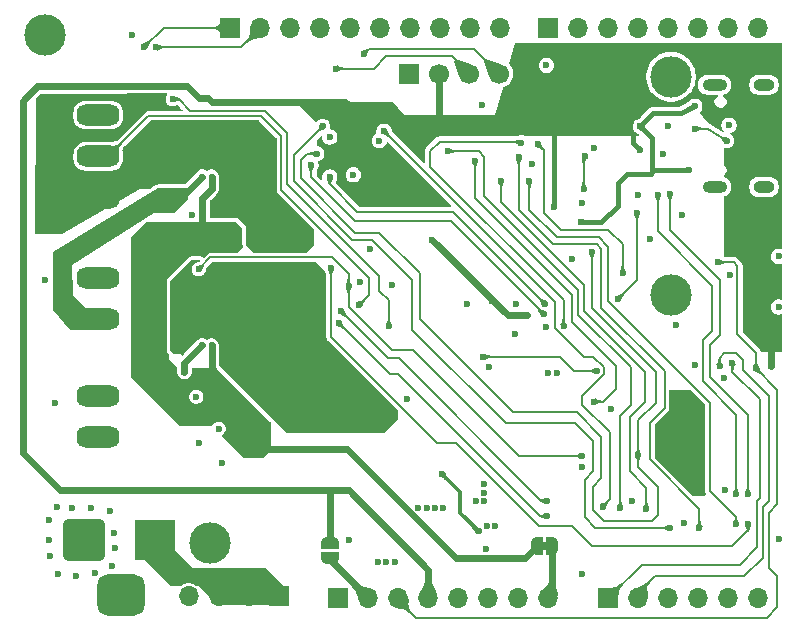
<source format=gbr>
%TF.GenerationSoftware,KiCad,Pcbnew,9.0.1*%
%TF.CreationDate,2025-05-14T19:05:47-04:00*%
%TF.ProjectId,EX-CSB1,45582d43-5342-4312-9e6b-696361645f70,rev?*%
%TF.SameCoordinates,Original*%
%TF.FileFunction,Copper,L4,Bot*%
%TF.FilePolarity,Positive*%
%FSLAX46Y46*%
G04 Gerber Fmt 4.6, Leading zero omitted, Abs format (unit mm)*
G04 Created by KiCad (PCBNEW 9.0.1) date 2025-05-14 19:05:47*
%MOMM*%
%LPD*%
G01*
G04 APERTURE LIST*
G04 Aperture macros list*
%AMRoundRect*
0 Rectangle with rounded corners*
0 $1 Rounding radius*
0 $2 $3 $4 $5 $6 $7 $8 $9 X,Y pos of 4 corners*
0 Add a 4 corners polygon primitive as box body*
4,1,4,$2,$3,$4,$5,$6,$7,$8,$9,$2,$3,0*
0 Add four circle primitives for the rounded corners*
1,1,$1+$1,$2,$3*
1,1,$1+$1,$4,$5*
1,1,$1+$1,$6,$7*
1,1,$1+$1,$8,$9*
0 Add four rect primitives between the rounded corners*
20,1,$1+$1,$2,$3,$4,$5,0*
20,1,$1+$1,$4,$5,$6,$7,0*
20,1,$1+$1,$6,$7,$8,$9,0*
20,1,$1+$1,$8,$9,$2,$3,0*%
%AMFreePoly0*
4,1,23,0.500000,-0.750000,0.000000,-0.750000,0.000000,-0.745722,-0.065263,-0.745722,-0.191342,-0.711940,-0.304381,-0.646677,-0.396677,-0.554381,-0.461940,-0.441342,-0.495722,-0.315263,-0.495722,-0.250000,-0.500000,-0.250000,-0.500000,0.250000,-0.495722,0.250000,-0.495722,0.315263,-0.461940,0.441342,-0.396677,0.554381,-0.304381,0.646677,-0.191342,0.711940,-0.065263,0.745722,0.000000,0.745722,
0.000000,0.750000,0.500000,0.750000,0.500000,-0.750000,0.500000,-0.750000,$1*%
%AMFreePoly1*
4,1,23,0.000000,0.745722,0.065263,0.745722,0.191342,0.711940,0.304381,0.646677,0.396677,0.554381,0.461940,0.441342,0.495722,0.315263,0.495722,0.250000,0.500000,0.250000,0.500000,-0.250000,0.495722,-0.250000,0.495722,-0.315263,0.461940,-0.441342,0.396677,-0.554381,0.304381,-0.646677,0.191342,-0.711940,0.065263,-0.745722,0.000000,-0.745722,0.000000,-0.750000,-0.500000,-0.750000,
-0.500000,0.750000,0.000000,0.750000,0.000000,0.745722,0.000000,0.745722,$1*%
G04 Aperture macros list end*
%TA.AperFunction,EtchedComponent*%
%ADD10C,0.000000*%
%TD*%
%TA.AperFunction,ComponentPad*%
%ADD11C,0.600000*%
%TD*%
%TA.AperFunction,ComponentPad*%
%ADD12RoundRect,0.720000X-1.080000X0.180000X-1.080000X-0.180000X1.080000X-0.180000X1.080000X0.180000X0*%
%TD*%
%TA.AperFunction,ComponentPad*%
%ADD13R,1.700000X1.700000*%
%TD*%
%TA.AperFunction,ComponentPad*%
%ADD14C,1.700000*%
%TD*%
%TA.AperFunction,ComponentPad*%
%ADD15C,3.500000*%
%TD*%
%TA.AperFunction,ComponentPad*%
%ADD16O,1.700000X1.700000*%
%TD*%
%TA.AperFunction,HeatsinkPad*%
%ADD17O,2.100000X1.000000*%
%TD*%
%TA.AperFunction,HeatsinkPad*%
%ADD18O,1.800000X1.000000*%
%TD*%
%TA.AperFunction,ComponentPad*%
%ADD19C,0.550000*%
%TD*%
%TA.AperFunction,ComponentPad*%
%ADD20C,0.500000*%
%TD*%
%TA.AperFunction,ComponentPad*%
%ADD21R,3.500000X3.500000*%
%TD*%
%TA.AperFunction,ComponentPad*%
%ADD22RoundRect,0.350000X-1.400000X-1.400000X1.400000X-1.400000X1.400000X1.400000X-1.400000X1.400000X0*%
%TD*%
%TA.AperFunction,ComponentPad*%
%ADD23RoundRect,0.875000X-1.125000X-0.875000X1.125000X-0.875000X1.125000X0.875000X-1.125000X0.875000X0*%
%TD*%
%TA.AperFunction,SMDPad,CuDef*%
%ADD24FreePoly0,270.000000*%
%TD*%
%TA.AperFunction,SMDPad,CuDef*%
%ADD25FreePoly1,270.000000*%
%TD*%
%TA.AperFunction,SMDPad,CuDef*%
%ADD26FreePoly0,0.000000*%
%TD*%
%TA.AperFunction,SMDPad,CuDef*%
%ADD27FreePoly1,0.000000*%
%TD*%
%TA.AperFunction,ViaPad*%
%ADD28C,0.600000*%
%TD*%
%TA.AperFunction,Conductor*%
%ADD29C,0.600000*%
%TD*%
%TA.AperFunction,Conductor*%
%ADD30C,0.200000*%
%TD*%
%TA.AperFunction,Conductor*%
%ADD31C,0.300000*%
%TD*%
%TA.AperFunction,Conductor*%
%ADD32C,0.400000*%
%TD*%
%TA.AperFunction,Conductor*%
%ADD33C,0.500000*%
%TD*%
G04 APERTURE END LIST*
D10*
%TA.AperFunction,EtchedComponent*%
%TO.C,JP103*%
G36*
X45550000Y6470000D02*
G01*
X45050000Y6470000D01*
X45050000Y7070000D01*
X45550000Y7070000D01*
X45550000Y6470000D01*
G37*
%TD.AperFunction*%
%TD*%
D11*
%TO.P,J110,3,Pin_3*%
%TO.N,GND*%
X6200000Y35750000D03*
X8800000Y35750000D03*
D12*
X7500000Y36250000D03*
D11*
X6200000Y36750000D03*
X8800000Y36750000D03*
D12*
%TO.P,J110,2,Pin_2*%
%TO.N,/Booster-C*%
X7500000Y39750000D03*
D11*
X6200000Y39250000D03*
X8800000Y39250000D03*
X6200000Y40250000D03*
X8800000Y40250000D03*
%TO.P,J110,1,Pin_1*%
%TO.N,/Booster-D*%
X8800000Y42750000D03*
D12*
X7500000Y43250000D03*
D11*
X8800000Y43750000D03*
X6200000Y43750000D03*
X6200000Y42750000D03*
%TD*%
D13*
%TO.P,J111,1,Pin_1*%
%TO.N,GND*%
X33800000Y46750000D03*
D14*
%TO.P,J111,2,Pin_2*%
%TO.N,+3V3*%
X36340000Y46750000D03*
%TO.P,J111,3,Pin_3*%
%TO.N,/scl*%
X38880000Y46750000D03*
%TO.P,J111,4,Pin_4*%
%TO.N,/sda*%
X41420000Y46750000D03*
%TD*%
D15*
%TO.P,H103,1*%
%TO.N,N/C*%
X56000000Y46500000D03*
%TD*%
D11*
%TO.P,J103,1,Pin_1*%
%TO.N,/out1b*%
X8800000Y20000000D03*
X6200000Y20000000D03*
D12*
X7500000Y19500000D03*
D11*
X8800000Y19000000D03*
X6200000Y19000000D03*
%TO.P,J103,2,Pin_2*%
%TO.N,/out2b*%
X8800000Y16500000D03*
X6200000Y16500000D03*
D12*
X7500000Y16000000D03*
D11*
X8800000Y15500000D03*
X6200000Y15500000D03*
%TD*%
D13*
%TO.P,J108,1,Pin_1*%
%TO.N,unconnected-(J108-Pin_1-Pad1)*%
X27825000Y2370000D03*
D16*
%TO.P,J108,2,Pin_2*%
%TO.N,/io_ref*%
X30365000Y2370000D03*
%TO.P,J108,3,Pin_3*%
%TO.N,/reset_n*%
X32905000Y2370000D03*
%TO.P,J108,4,Pin_4*%
%TO.N,+3V3*%
X35445000Y2370000D03*
%TO.P,J108,5,Pin_5*%
%TO.N,+5V*%
X37985000Y2370000D03*
%TO.P,J108,6,Pin_6*%
%TO.N,GND*%
X40525000Y2370000D03*
%TO.P,J108,7,Pin_7*%
X43065000Y2370000D03*
%TO.P,J108,8,Pin_8*%
%TO.N,/vin_pin*%
X45605000Y2370000D03*
%TD*%
D15*
%TO.P,H104,1*%
%TO.N,N/C*%
X56000000Y28000000D03*
%TD*%
D17*
%TO.P,J114,S1,SHIELD*%
%TO.N,GND*%
X59685000Y37180000D03*
D18*
X63865000Y37180000D03*
D17*
X59685000Y45820000D03*
D18*
X63865000Y45820000D03*
%TD*%
D13*
%TO.P,J107,1,Pin_1*%
%TO.N,/scl*%
X18685000Y50630000D03*
D16*
%TO.P,J107,2,Pin_2*%
%TO.N,/sda*%
X21225000Y50630000D03*
%TO.P,J107,3,Pin_3*%
%TO.N,/aref*%
X23765000Y50630000D03*
%TO.P,J107,4,Pin_4*%
%TO.N,GND*%
X26305000Y50630000D03*
%TO.P,J107,5,Pin_5*%
%TO.N,/d13*%
X28845000Y50630000D03*
%TO.P,J107,6,Pin_6*%
%TO.N,/d12*%
X31385000Y50630000D03*
%TO.P,J107,7,Pin_7*%
%TO.N,/d11*%
X33925000Y50630000D03*
%TO.P,J107,8,Pin_8*%
%TO.N,/d10*%
X36465000Y50630000D03*
%TO.P,J107,9,Pin_9*%
%TO.N,/brake_c*%
X39005000Y50630000D03*
%TO.P,J107,10,Pin_10*%
%TO.N,/brake_d*%
X41545000Y50630000D03*
%TD*%
D19*
%TO.P,U101,10,OUT2*%
%TO.N,/out2b*%
X16300000Y23750000D03*
%TO.P,U101,11,VM*%
%TO.N,VM*%
X17100000Y23750000D03*
D20*
%TO.P,U101,17,GND*%
%TO.N,GND*%
X20400000Y26950000D03*
X19800000Y26950000D03*
X19200000Y26950000D03*
X18600000Y26950000D03*
X18000000Y26950000D03*
X17400000Y26950000D03*
X16800000Y26950000D03*
X16200000Y26950000D03*
X15600000Y26950000D03*
X20000000Y26250000D03*
X16000000Y26200000D03*
X20000000Y25500000D03*
X18000000Y25500000D03*
X16000000Y25450000D03*
X15570000Y25000000D03*
X20000000Y24750000D03*
X16010000Y24520000D03*
X15470000Y24340000D03*
X20400000Y24050000D03*
X19700000Y24050000D03*
X19100000Y24050000D03*
X18500000Y24050000D03*
X17900000Y24050000D03*
%TD*%
D11*
%TO.P,J101,1,Pin_1*%
%TO.N,/out1a*%
X8800000Y30000000D03*
X6200000Y30000000D03*
D12*
X7500000Y29500000D03*
D11*
X8800000Y29000000D03*
X6200000Y29000000D03*
%TO.P,J101,2,Pin_2*%
%TO.N,/out2a*%
X8800000Y26500000D03*
X6200000Y26500000D03*
D12*
X7500000Y26000000D03*
D11*
X8800000Y25500000D03*
X6200000Y25500000D03*
%TD*%
D15*
%TO.P,H101,1*%
%TO.N,N/C*%
X3000000Y50000000D03*
%TD*%
%TO.P,H102,1*%
%TO.N,N/C*%
X17000000Y7000000D03*
%TD*%
D13*
%TO.P,J113,1,Pin_1*%
%TO.N,/d7*%
X45605000Y50630000D03*
D16*
%TO.P,J113,2,Pin_2*%
%TO.N,/d6*%
X48145000Y50630000D03*
%TO.P,J113,3,Pin_3*%
%TO.N,/d5*%
X50685000Y50630000D03*
%TO.P,J113,4,Pin_4*%
%TO.N,/d4*%
X53225000Y50630000D03*
%TO.P,J113,5,Pin_5*%
%TO.N,/d3*%
X55765000Y50630000D03*
%TO.P,J113,6,Pin_6*%
%TO.N,/d2*%
X58305000Y50630000D03*
%TO.P,J113,7,Pin_7*%
%TO.N,/USB_RX*%
X60845000Y50630000D03*
%TO.P,J113,8,Pin_8*%
%TO.N,/USB_TX*%
X63385000Y50630000D03*
%TD*%
D13*
%TO.P,J204,1,Pin_1*%
%TO.N,/Power/v_conn*%
X22765000Y2500000D03*
D16*
%TO.P,J204,2,Pin_2*%
X20225000Y2500000D03*
%TO.P,J204,3,Pin_3*%
X17685000Y2500000D03*
%TO.P,J204,4,Pin_4*%
%TO.N,GND*%
X15145000Y2500000D03*
%TD*%
D13*
%TO.P,J112,1,Pin_1*%
%TO.N,/a0*%
X50685000Y2370000D03*
D16*
%TO.P,J112,2,Pin_2*%
%TO.N,/a1*%
X53225000Y2370000D03*
%TO.P,J112,3,Pin_3*%
%TO.N,/a2*%
X55765000Y2370000D03*
%TO.P,J112,4,Pin_4*%
%TO.N,/a3*%
X58305000Y2370000D03*
%TO.P,J112,5,Pin_5*%
%TO.N,/a4*%
X60845000Y2370000D03*
%TO.P,J112,6,Pin_6*%
%TO.N,/a5*%
X63385000Y2370000D03*
%TD*%
D11*
%TO.P,J201,1*%
%TO.N,/Power/v_conn*%
X10900000Y8700000D03*
X10900000Y7300000D03*
X10900000Y5900000D03*
D21*
X12300000Y7300000D03*
D11*
X13700000Y8700000D03*
X13700000Y7300000D03*
X13700000Y5900000D03*
%TO.P,J201,2*%
%TO.N,GND*%
X4900000Y8700000D03*
X4900000Y7300000D03*
X4900000Y5900000D03*
D22*
X6300000Y7300000D03*
D11*
X7700000Y8700000D03*
X7700000Y7300000D03*
X7700000Y5900000D03*
D23*
%TO.P,J201,MP,MountPin*%
X9400000Y2600000D03*
%TD*%
D19*
%TO.P,U102,10,OUT2*%
%TO.N,/out2a*%
X16300000Y38050000D03*
%TO.P,U102,11,VM*%
%TO.N,VM*%
X17100000Y38050000D03*
D20*
%TO.P,U102,17,GND*%
%TO.N,GND*%
X20400000Y41250000D03*
X19800000Y41250000D03*
X19200000Y41250000D03*
X18600000Y41250000D03*
X18000000Y41250000D03*
X17400000Y41250000D03*
X16800000Y41250000D03*
X16200000Y41250000D03*
X15600000Y41250000D03*
X20000000Y40550000D03*
X16000000Y40500000D03*
X20000000Y39800000D03*
X18000000Y39800000D03*
X16000000Y39750000D03*
X15570000Y39300000D03*
X20000000Y39050000D03*
X16010000Y38820000D03*
X15470000Y38640000D03*
X20400000Y38350000D03*
X19700000Y38350000D03*
X19100000Y38350000D03*
X18500000Y38350000D03*
X17900000Y38350000D03*
%TD*%
D24*
%TO.P,JP104,1,A*%
%TO.N,+3V3*%
X27100000Y7050000D03*
D25*
%TO.P,JP104,2,B*%
%TO.N,/io_ref*%
X27100000Y5750000D03*
%TD*%
D26*
%TO.P,JP103,1,A*%
%TO.N,VM*%
X44650000Y6770000D03*
D27*
%TO.P,JP103,2,B*%
%TO.N,/vin_pin*%
X45950000Y6770000D03*
%TD*%
D28*
%TO.N,GND*%
X13700000Y40500000D03*
X31200000Y5400000D03*
X27100000Y41400000D03*
X56900000Y34800000D03*
X36000000Y10000000D03*
X40020000Y44140000D03*
X45600000Y21400000D03*
X24200000Y17000000D03*
X5300000Y10000000D03*
X24700000Y18700000D03*
X60900000Y42400000D03*
X57000000Y18900000D03*
X40200000Y11300000D03*
X17700000Y16700000D03*
X32400000Y28900000D03*
X39500000Y10600000D03*
X3300000Y9000000D03*
X28700000Y18700000D03*
X40400000Y8500000D03*
X42800000Y24700000D03*
X50900000Y18400000D03*
X41100000Y8500000D03*
X56300000Y17200000D03*
X48500000Y4400000D03*
X24700000Y19900000D03*
X47600000Y31100000D03*
X56300000Y15800000D03*
X46300000Y21400000D03*
X57700000Y15800000D03*
X40600000Y21900000D03*
X65100000Y27000000D03*
X8900000Y6600000D03*
X22300000Y33500000D03*
X29700000Y29100000D03*
X32600000Y5400000D03*
X65100000Y7400000D03*
X14500000Y38100000D03*
X56200000Y18900000D03*
X65100000Y31300000D03*
X33600000Y19200000D03*
X55600000Y14000000D03*
X5600000Y4200000D03*
X18000000Y13831371D03*
X42900000Y27300000D03*
X14900000Y23700000D03*
X45450000Y47480000D03*
X57700000Y17200000D03*
X35300000Y10000000D03*
X36700000Y10000000D03*
X15400000Y34800000D03*
X15800000Y19400000D03*
X55300000Y40000000D03*
X22800000Y21700000D03*
X53200000Y36500000D03*
X31300000Y41100000D03*
X25500000Y32700000D03*
X3500000Y36350000D03*
X8700000Y5100000D03*
X45400000Y25300000D03*
X6900000Y10000000D03*
X3400000Y5900000D03*
X24800000Y26600000D03*
X3450000Y39800000D03*
X30500000Y31900000D03*
X22300000Y27200000D03*
X57100000Y8700000D03*
X58000000Y22100000D03*
X26600000Y23100000D03*
X40200000Y12000000D03*
X31900000Y5400000D03*
X29100000Y38200000D03*
X56700000Y14000000D03*
X16000000Y15500000D03*
X56400000Y25500000D03*
X3300000Y7300000D03*
X61000000Y29700000D03*
X60600000Y11500000D03*
X49500000Y40500000D03*
X57700000Y14000000D03*
X28100000Y21200000D03*
X60500000Y21000000D03*
X48500000Y13500000D03*
X40200000Y10600000D03*
X58500000Y14000000D03*
X52700000Y10600000D03*
X54200000Y32800000D03*
X7200000Y4500000D03*
X34600000Y10000000D03*
X55700000Y42300000D03*
X22300000Y32500000D03*
X31400000Y19200000D03*
X44200000Y39100000D03*
X13900000Y24900000D03*
X28700000Y7300000D03*
X8800000Y7900000D03*
X40300000Y6500000D03*
X38700000Y27300000D03*
X4100000Y4400000D03*
X10350000Y50000000D03*
X58000000Y18900000D03*
X48500000Y35800000D03*
X4000000Y10100000D03*
X3000000Y29300000D03*
X8500000Y9700000D03*
X3800000Y18900000D03*
%TO.N,VM*%
X17700000Y33200000D03*
X19900000Y15700000D03*
X15600000Y33200000D03*
X19100000Y33200000D03*
X18400000Y33200000D03*
X20600000Y15700000D03*
X20599999Y15000000D03*
X16300000Y33200000D03*
X21300000Y15700000D03*
X21299999Y15000000D03*
X19900000Y15000000D03*
X17000000Y33200000D03*
%TO.N,/out2a*%
X12600000Y35800000D03*
X14000000Y35800000D03*
X13300000Y35800000D03*
%TO.N,/out2b*%
X14800000Y21500000D03*
%TO.N,/a0*%
X61200000Y22300000D03*
%TO.N,/a1*%
X60100000Y22000000D03*
%TO.N,/sda*%
X29960000Y48430000D03*
X43100000Y39700000D03*
X12400000Y49000000D03*
X58400000Y8300000D03*
%TO.N,/scl*%
X61500000Y8600000D03*
X11400000Y49000000D03*
X44000000Y37700000D03*
X27620000Y47190000D03*
%TO.N,/d3*%
X53100000Y35000000D03*
X51500000Y27700000D03*
%TO.N,/d7*%
X51900000Y29900000D03*
X44700000Y40800000D03*
%TO.N,/d11*%
X51700000Y10000000D03*
X37100000Y40200000D03*
%TO.N,/Power/bst*%
X39700000Y8000000D03*
X36600000Y12900000D03*
%TO.N,/d12*%
X41600000Y37700000D03*
X53900000Y9900000D03*
%TO.N,/d13*%
X50200000Y10100000D03*
X31700000Y41900000D03*
%TO.N,/sen_b*%
X16000000Y30200000D03*
X48500000Y14400000D03*
X28700000Y28800000D03*
%TO.N,/fault_n_a*%
X26500000Y42300000D03*
X55900000Y8300000D03*
%TO.N,/fault_n_b*%
X62500000Y8600000D03*
X27200000Y30300000D03*
%TO.N,/en{slash}in1a*%
X45200000Y26400000D03*
X25500000Y39000000D03*
%TO.N,/en{slash}in1b*%
X27850000Y25650000D03*
X45500000Y9300000D03*
%TO.N,/ph{slash}in2b*%
X45500000Y10600000D03*
X28050000Y26650000D03*
%TO.N,/nSleepa*%
X45300000Y27300000D03*
X27100000Y38000000D03*
%TO.N,/nSleepb*%
X49700000Y21600000D03*
X40100000Y22800000D03*
%TO.N,+3V3*%
X49820000Y47430000D03*
X35800000Y32700000D03*
X31400000Y36100000D03*
X14150000Y45700000D03*
X46100000Y35500000D03*
X53400000Y40300000D03*
X30000000Y42100000D03*
X43800000Y26300000D03*
X31400000Y37000000D03*
X29900000Y36500000D03*
X64500000Y22000000D03*
X16800000Y44700000D03*
X40800000Y27500000D03*
%TO.N,/reset_n*%
X63200000Y21800000D03*
X60000000Y30800000D03*
%TO.N,VBUS*%
X57500000Y38600000D03*
X58000000Y44000000D03*
X48400000Y34200000D03*
X53400000Y42300000D03*
%TO.N,/usb_d-*%
X60700000Y41100000D03*
X58000000Y42100000D03*
%TO.N,/USB_RX*%
X55900000Y36600000D03*
X62500000Y11200000D03*
%TO.N,/USB_TX*%
X61500000Y11200000D03*
X54900000Y36500000D03*
%TO.N,/DTR*%
X48600000Y37000000D03*
X48700000Y39800000D03*
%TO.N,/brake_d*%
X46900000Y25400000D03*
X43325000Y40925000D03*
%TO.N,/brake_c*%
X39400000Y39400000D03*
X49465686Y19000000D03*
%TO.N,/IO0_boot_option*%
X53200000Y14500000D03*
X49300000Y31700000D03*
X26000000Y40000000D03*
%TO.N,/opto_anode*%
X32100000Y25400000D03*
X13800000Y44600000D03*
%TO.N,/Booster-C*%
X29600000Y27200000D03*
%TD*%
D29*
%TO.N,VM*%
X17100000Y38050000D02*
X17100000Y37000000D01*
X16300000Y36200000D02*
X17100000Y37000000D01*
X43630000Y5750000D02*
X44650000Y6770000D01*
X28537925Y15000000D02*
X37787925Y5750000D01*
X17100000Y23750000D02*
X17100000Y21400000D01*
X21299999Y15000000D02*
X28537925Y15000000D01*
X37787925Y5750000D02*
X43630000Y5750000D01*
X16300000Y33200000D02*
X16300000Y36200000D01*
%TO.N,/out2a*%
X14000000Y35700000D02*
X13900000Y35600000D01*
X15550000Y37250000D02*
X16300000Y38000000D01*
X15550000Y37250000D02*
X14200000Y35900000D01*
X14200000Y35900000D02*
X14000000Y35900000D01*
X14000000Y35900000D02*
X14000000Y35700000D01*
X16300000Y38000000D02*
X16300000Y38050000D01*
%TO.N,/out2b*%
X14800000Y21500000D02*
X14800000Y22250000D01*
X14800000Y22250000D02*
X16300000Y23750000D01*
D30*
%TO.N,/a0*%
X63500000Y10800000D02*
X63500000Y19200000D01*
X50685000Y2385000D02*
X53500000Y5200000D01*
X63250000Y6650000D02*
X63250000Y10550000D01*
X53500000Y5200000D02*
X61800000Y5200000D01*
X61800000Y5200000D02*
X63250000Y6650000D01*
X63250000Y10550000D02*
X63500000Y10800000D01*
X63500000Y19200000D02*
X61200000Y21500000D01*
X61200000Y21500000D02*
X61200000Y22300000D01*
%TO.N,/a1*%
X53225000Y2825000D02*
X54600000Y4200000D01*
X60100000Y22700000D02*
X60100000Y22000000D01*
X54600000Y4200000D02*
X62200000Y4200000D01*
X61500000Y23100000D02*
X60500000Y23100000D01*
X61500000Y23100000D02*
X62100000Y22500000D01*
X63750000Y10050000D02*
X64300000Y10600000D01*
X62200000Y4200000D02*
X63750000Y5750000D01*
X63750000Y5750000D02*
X63750000Y10050000D01*
X64300000Y10600000D02*
X64300000Y19500000D01*
X64300000Y19500000D02*
X62100000Y21700000D01*
X60500000Y23100000D02*
X60100000Y22700000D01*
X62100000Y21700000D02*
X62100000Y22500000D01*
%TO.N,/sda*%
X41420000Y46750000D02*
X39310000Y48860000D01*
X55450000Y21550000D02*
X50100000Y26900000D01*
X54200000Y14100000D02*
X54200000Y17200000D01*
X19595000Y49000000D02*
X12400000Y49000000D01*
X21225000Y50630000D02*
X19595000Y49000000D01*
X58400000Y9900000D02*
X54200000Y14100000D01*
X39310000Y48860000D02*
X30390000Y48860000D01*
X46000000Y32300000D02*
X43100000Y35200000D01*
X30390000Y48860000D02*
X29960000Y48430000D01*
X43100000Y35200000D02*
X43100000Y39700000D01*
X50100000Y31900000D02*
X49700000Y32300000D01*
X49700000Y32300000D02*
X46000000Y32300000D01*
X58400000Y8300000D02*
X58400000Y9900000D01*
X55450000Y18450000D02*
X55450000Y21550000D01*
X54200000Y17200000D02*
X55450000Y18450000D01*
X50100000Y26900000D02*
X50100000Y31900000D01*
%TO.N,/scl*%
X31905000Y48220000D02*
X30875000Y47190000D01*
X50700000Y32100000D02*
X49900000Y32900000D01*
X59300000Y11400000D02*
X59300000Y18900000D01*
X50700000Y27500000D02*
X50700000Y32100000D01*
X59300000Y18900000D02*
X50700000Y27500000D01*
X61500000Y8600000D02*
X61500000Y9200000D01*
X49900000Y32900000D02*
X46300000Y32900000D01*
X37410000Y48220000D02*
X31905000Y48220000D01*
X18685000Y50630000D02*
X13030000Y50630000D01*
X38880000Y46750000D02*
X37410000Y48220000D01*
X61500000Y9200000D02*
X59300000Y11400000D01*
X13030000Y50630000D02*
X11400000Y49000000D01*
X46300000Y32900000D02*
X44000000Y35200000D01*
X30875000Y47190000D02*
X27620000Y47190000D01*
X44000000Y35200000D02*
X44000000Y37700000D01*
%TO.N,/d3*%
X53100000Y29300000D02*
X51500000Y27700000D01*
X53100000Y35000000D02*
X53100000Y29300000D01*
%TO.N,/d7*%
X45200000Y40300000D02*
X44700000Y40800000D01*
X45200000Y35000000D02*
X45200000Y40300000D01*
X51900000Y29900000D02*
X51900000Y32300000D01*
X51900000Y32300000D02*
X50700000Y33500000D01*
X50700000Y33500000D02*
X46700000Y33500000D01*
X46700000Y33500000D02*
X45200000Y35000000D01*
%TO.N,/d11*%
X40200000Y36400000D02*
X40200000Y39700000D01*
X39700000Y40200000D02*
X37100000Y40200000D01*
X48150000Y26350000D02*
X48150000Y28450000D01*
X52600000Y18700000D02*
X52600000Y21900000D01*
X48150000Y28450000D02*
X40200000Y36400000D01*
X40200000Y39700000D02*
X39700000Y40200000D01*
X51700000Y17800000D02*
X52600000Y18700000D01*
X51700000Y10000000D02*
X51700000Y17800000D01*
X52600000Y21900000D02*
X48150000Y26350000D01*
D31*
%TO.N,/Power/bst*%
X38150000Y9550000D02*
X38150000Y11350000D01*
X38150000Y11350000D02*
X36600000Y12900000D01*
X39700000Y8000000D02*
X38150000Y9550000D01*
D30*
%TO.N,/d12*%
X41600000Y35900000D02*
X41600000Y37700000D01*
X53800000Y21500000D02*
X48650000Y26650000D01*
X52500000Y13100000D02*
X52500000Y17700000D01*
X53900000Y9900000D02*
X53900000Y11700000D01*
X52500000Y17700000D02*
X53800000Y19000000D01*
X48650000Y28850000D02*
X41600000Y35900000D01*
X48650000Y26650000D02*
X48650000Y28850000D01*
X53900000Y11700000D02*
X52500000Y13100000D01*
X53800000Y19000000D02*
X53800000Y21500000D01*
%TO.N,/d13*%
X31700000Y41900000D02*
X46150000Y27450000D01*
X50850000Y16400000D02*
X50850000Y10750000D01*
X49400000Y22800000D02*
X50300000Y21900000D01*
X48500000Y19500000D02*
X48500000Y18750000D01*
X50300000Y21900000D02*
X50300000Y21300000D01*
X48600000Y22800000D02*
X49400000Y22800000D01*
X50850000Y10750000D02*
X50200000Y10100000D01*
X46150000Y27450000D02*
X46150000Y25250000D01*
X50300000Y21300000D02*
X48500000Y19500000D01*
X48500000Y18750000D02*
X50850000Y16400000D01*
X46150000Y25250000D02*
X48600000Y22800000D01*
%TO.N,/sen_b*%
X17000000Y31200000D02*
X16000000Y30200000D01*
X28700000Y28800000D02*
X28700000Y29800000D01*
X32350000Y23350000D02*
X28700000Y27000000D01*
X28700000Y27000000D02*
X28700000Y28800000D01*
X43100000Y14400000D02*
X34150000Y23350000D01*
X48500000Y14400000D02*
X43100000Y14400000D01*
X27300000Y31200000D02*
X17000000Y31200000D01*
X34150000Y23350000D02*
X32350000Y23350000D01*
X28700000Y29800000D02*
X27300000Y31200000D01*
%TO.N,/fault_n_a*%
X34100000Y25100000D02*
X34100000Y29300000D01*
X24050000Y37650000D02*
X24050000Y39850000D01*
X48700000Y12400000D02*
X49400000Y13100000D01*
X49400000Y13100000D02*
X49400000Y15700000D01*
X42000000Y17200000D02*
X34100000Y25100000D01*
X49400000Y15700000D02*
X47900000Y17200000D01*
X24050000Y39850000D02*
X26500000Y42300000D01*
X55900000Y8300000D02*
X49600000Y8300000D01*
X30700000Y32700000D02*
X29000000Y32700000D01*
X47900000Y17200000D02*
X42000000Y17200000D01*
X29000000Y32700000D02*
X24050000Y37650000D01*
X34100000Y29300000D02*
X30700000Y32700000D01*
X49600000Y8300000D02*
X48700000Y9200000D01*
X48700000Y9200000D02*
X48700000Y12400000D01*
%TO.N,/fault_n_b*%
X37800000Y15500000D02*
X44800000Y8500000D01*
X27200000Y24500000D02*
X36200000Y15500000D01*
X47600000Y8500000D02*
X49300000Y6800000D01*
X44800000Y8500000D02*
X47600000Y8500000D01*
X36200000Y15500000D02*
X37800000Y15500000D01*
X61200000Y6800000D02*
X62500000Y8100000D01*
X49300000Y6800000D02*
X61200000Y6800000D01*
X27200000Y30300000D02*
X27200000Y24500000D01*
X62500000Y8100000D02*
X62500000Y8600000D01*
%TO.N,/en{slash}in1a*%
X25500000Y39000000D02*
X25500000Y38000000D01*
X37350000Y34250000D02*
X45200000Y26400000D01*
X25500000Y38000000D02*
X29250000Y34250000D01*
X29250000Y34250000D02*
X37350000Y34250000D01*
%TO.N,/en{slash}in1b*%
X32200000Y21300000D02*
X32900000Y21300000D01*
X27850000Y25650000D02*
X32200000Y21300000D01*
X32900000Y21300000D02*
X44900000Y9300000D01*
X44900000Y9300000D02*
X45500000Y9300000D01*
%TO.N,/ph{slash}in2b*%
X32950000Y22650000D02*
X32050000Y22650000D01*
X45000000Y10600000D02*
X32950000Y22650000D01*
X45500000Y10600000D02*
X45000000Y10600000D01*
X32050000Y22650000D02*
X28050000Y26650000D01*
%TO.N,/nSleepa*%
X29450000Y35050000D02*
X37550000Y35050000D01*
X27100000Y38000000D02*
X27100000Y37400000D01*
X27100000Y37400000D02*
X29450000Y35050000D01*
X37550000Y35050000D02*
X45300000Y27300000D01*
%TO.N,/nSleepb*%
X47800000Y21600000D02*
X49700000Y21600000D01*
X47800000Y21600000D02*
X46600000Y22800000D01*
X46600000Y22800000D02*
X40100000Y22800000D01*
D29*
%TO.N,+3V3*%
X35445000Y4755000D02*
X35445000Y2370000D01*
X36340000Y46750000D02*
X36340000Y43110000D01*
X30000000Y40400000D02*
X31400000Y39000000D01*
X30200000Y40600000D02*
X30200000Y42600000D01*
X27100000Y11500000D02*
X28700000Y11500000D01*
X4240000Y11500000D02*
X1100000Y14640000D01*
X14150000Y45700000D02*
X15000000Y45700000D01*
X29800000Y43000000D02*
X30200000Y42600000D01*
X46900000Y42800000D02*
X50680000Y46580000D01*
X30000000Y42100000D02*
X30700000Y42800000D01*
X30000000Y42100000D02*
X30000000Y40800000D01*
D32*
X46100000Y35500000D02*
X46100000Y42700000D01*
D29*
X16000000Y44700000D02*
X16800000Y44700000D01*
X28400000Y44400000D02*
X29800000Y43000000D01*
X31200000Y42800000D02*
X36650000Y42800000D01*
X1100000Y44450000D02*
X2350000Y45700000D01*
X15000000Y45700000D02*
X16000000Y44700000D01*
X18300000Y44400000D02*
X17100000Y44400000D01*
X31300000Y39500000D02*
X31150000Y39650000D01*
X18300000Y44400000D02*
X18800000Y44400000D01*
X31300000Y39500000D02*
X31300000Y36200000D01*
X31400000Y37000000D02*
X31400000Y39400000D01*
D33*
X31400000Y36100000D02*
X31400000Y37000000D01*
D29*
X30000000Y42100000D02*
X30000000Y42800000D01*
X63600000Y34200000D02*
X63600000Y24500000D01*
X27100000Y11500000D02*
X4240000Y11500000D01*
X18800000Y44400000D02*
X19600000Y44400000D01*
X62000000Y46600000D02*
X62000000Y35800000D01*
X30200000Y42600000D02*
X30400000Y42800000D01*
X31150000Y39650000D02*
X31150000Y36350000D01*
X63600000Y24500000D02*
X64500000Y23600000D01*
X59500000Y49100000D02*
X62000000Y46600000D01*
X27100000Y7050000D02*
X27100000Y11500000D01*
X30000000Y42800000D02*
X29800000Y43000000D01*
X30700000Y42800000D02*
X31200000Y42800000D01*
D32*
X53400000Y40300000D02*
X52800000Y40900000D01*
D29*
X30000000Y40800000D02*
X30000000Y40400000D01*
X53200000Y49100000D02*
X59500000Y49100000D01*
X31150000Y39650000D02*
X30200000Y40600000D01*
X17100000Y44400000D02*
X16800000Y44700000D01*
X31400000Y39400000D02*
X31300000Y39500000D01*
X49820000Y47430000D02*
X49830000Y47430000D01*
X64500000Y23600000D02*
X64500000Y22000000D01*
X49830000Y47430000D02*
X50680000Y46580000D01*
X31150000Y36350000D02*
X31400000Y36100000D01*
X46200000Y42800000D02*
X46900000Y42800000D01*
X46100000Y42700000D02*
X46200000Y42800000D01*
X62000000Y35800000D02*
X63600000Y34200000D01*
X36650000Y42800000D02*
X46200000Y42800000D01*
X2350000Y45700000D02*
X14150000Y45700000D01*
X30400000Y42800000D02*
X30700000Y42800000D01*
X31200000Y42800000D02*
X30000000Y42800000D01*
X30000000Y40800000D02*
X30200000Y40600000D01*
X42200000Y26300000D02*
X43800000Y26300000D01*
X35800000Y32700000D02*
X42200000Y26300000D01*
X31300000Y36200000D02*
X31400000Y36100000D01*
X28700000Y11500000D02*
X35445000Y4755000D01*
X1100000Y14640000D02*
X1100000Y44450000D01*
X62000000Y35800000D02*
X62000000Y35600000D01*
X19600000Y44400000D02*
X28400000Y44400000D01*
X36340000Y43110000D02*
X36650000Y42800000D01*
D32*
X52800000Y40900000D02*
X52800000Y41600000D01*
D29*
X50680000Y46580000D02*
X53200000Y49100000D01*
D30*
%TO.N,/reset_n*%
X34400000Y700000D02*
X32905000Y2195000D01*
X65000000Y10300000D02*
X65000000Y20000000D01*
X61600000Y24700000D02*
X63200000Y23100000D01*
X61300000Y30800000D02*
X60000000Y30800000D01*
X63200000Y23100000D02*
X63200000Y21800000D01*
X65000000Y4200000D02*
X65000000Y1600000D01*
X64300000Y4900000D02*
X65000000Y4200000D01*
X65000000Y20000000D02*
X63200000Y21800000D01*
X61600000Y24700000D02*
X61600000Y30500000D01*
X61600000Y30500000D02*
X61300000Y30800000D01*
X64100000Y700000D02*
X34400000Y700000D01*
X65000000Y1600000D02*
X64100000Y700000D01*
X64300000Y9600000D02*
X64300000Y4900000D01*
X65000000Y10300000D02*
X64300000Y9600000D01*
%TO.N,VBUS*%
X54600000Y38600000D02*
X54400000Y38400000D01*
D32*
X50100000Y34200000D02*
X51500000Y35600000D01*
X51500000Y35600000D02*
X51500000Y37500000D01*
D30*
X54400000Y38400000D02*
X54300000Y38300000D01*
D32*
X54500000Y43400000D02*
X53400000Y42300000D01*
X56800000Y43400000D02*
X54500000Y43400000D01*
X54400000Y41300000D02*
X53400000Y42300000D01*
X54400000Y41300000D02*
X54400000Y38400000D01*
X57500000Y38600000D02*
X54600000Y38600000D01*
X58000000Y44000000D02*
X56800000Y43400000D01*
X52300000Y38300000D02*
X54300000Y38300000D01*
X48400000Y34200000D02*
X50100000Y34200000D01*
X51500000Y37500000D02*
X52300000Y38300000D01*
D30*
%TO.N,/usb_d-*%
X60700000Y41100000D02*
X59100000Y42100000D01*
X59100000Y42100000D02*
X58000000Y42100000D01*
%TO.N,/USB_RX*%
X59300000Y23800000D02*
X60100000Y24600000D01*
X60100000Y29300000D02*
X55900000Y33500000D01*
X55900000Y33500000D02*
X55900000Y36600000D01*
X62500000Y17900000D02*
X59300000Y21100000D01*
X62500000Y11200000D02*
X62500000Y17900000D01*
X60100000Y24600000D02*
X60100000Y29300000D01*
X59300000Y21100000D02*
X59300000Y23800000D01*
%TO.N,/USB_TX*%
X54900000Y33400000D02*
X54900000Y36500000D01*
X61500000Y17900000D02*
X58700000Y20700000D01*
X58700000Y24200000D02*
X59500000Y25000000D01*
X58700000Y20700000D02*
X58700000Y24200000D01*
X59500000Y28800000D02*
X54900000Y33400000D01*
X59500000Y25000000D02*
X59500000Y28800000D01*
X61500000Y11200000D02*
X61500000Y17900000D01*
%TO.N,/DTR*%
X48600000Y39700000D02*
X48700000Y39800000D01*
X48600000Y37000000D02*
X48600000Y39700000D01*
%TO.N,/brake_d*%
X43250000Y41000000D02*
X36400000Y41000000D01*
X46900000Y27600000D02*
X46900000Y25400000D01*
X35600000Y40200000D02*
X35600000Y38900000D01*
X43325000Y40925000D02*
X43250000Y41000000D01*
X36400000Y41000000D02*
X35600000Y40200000D01*
X35600000Y38900000D02*
X46900000Y27600000D01*
%TO.N,/brake_c*%
X39400000Y39400000D02*
X39400000Y36200000D01*
X51300000Y20100000D02*
X50200000Y19000000D01*
X51300000Y22000000D02*
X51300000Y20100000D01*
X47600000Y28000000D02*
X47600000Y25700000D01*
X50200000Y19000000D02*
X49465686Y19000000D01*
X47600000Y25700000D02*
X51300000Y22000000D01*
X39400000Y36200000D02*
X47600000Y28000000D01*
%TO.N,/IO0_boot_option*%
X34700000Y29900000D02*
X31300000Y33300000D01*
X54700000Y21500000D02*
X49300000Y26900000D01*
X42600000Y18100000D02*
X34700000Y26000000D01*
X24625000Y39425000D02*
X25200000Y40000000D01*
X24625000Y37925000D02*
X24625000Y39425000D01*
X34700000Y26000000D02*
X34700000Y29900000D01*
X50100000Y16000000D02*
X48000000Y18100000D01*
X25200000Y40000000D02*
X26000000Y40000000D01*
X49400000Y9800000D02*
X49400000Y11800000D01*
X49300000Y26900000D02*
X49300000Y31700000D01*
X53200000Y13500000D02*
X54900000Y11800000D01*
X54400000Y8900000D02*
X50300000Y8900000D01*
X54900000Y11800000D02*
X54900000Y9400000D01*
X53200000Y14500000D02*
X53200000Y13500000D01*
X49400000Y11800000D02*
X50100000Y12500000D01*
X50100000Y12500000D02*
X50100000Y16000000D01*
X53200000Y14500000D02*
X53200000Y17400000D01*
X53200000Y17400000D02*
X54700000Y18900000D01*
X48000000Y18100000D02*
X42600000Y18100000D01*
X29250000Y33300000D02*
X24625000Y37925000D01*
X50300000Y8900000D02*
X49400000Y9800000D01*
X54700000Y18900000D02*
X54700000Y21500000D01*
X31300000Y33300000D02*
X29250000Y33300000D01*
X54900000Y9400000D02*
X54400000Y8900000D01*
%TO.N,/opto_anode*%
X23500000Y37400000D02*
X23500000Y41700000D01*
X32100000Y25400000D02*
X32100000Y27600000D01*
X23500000Y41700000D02*
X21600000Y43600000D01*
X14300000Y44600000D02*
X13800000Y44600000D01*
X31300000Y28400000D02*
X32100000Y27600000D01*
X15300000Y43600000D02*
X21600000Y43600000D01*
X15300000Y43600000D02*
X14300000Y44600000D01*
X23500000Y37400000D02*
X31300000Y29600000D01*
X31300000Y28400000D02*
X31300000Y29600000D01*
%TO.N,/Booster-C*%
X29600000Y27200000D02*
X30400000Y28000000D01*
X8300000Y39750000D02*
X7500000Y39750000D01*
X30400000Y29500000D02*
X23000000Y36900000D01*
X21300000Y43200000D02*
X11750000Y43200000D01*
X23000000Y41500000D02*
X21300000Y43200000D01*
X23000000Y36900000D02*
X23000000Y41500000D01*
X11750000Y43200000D02*
X8300000Y39750000D01*
X30400000Y28000000D02*
X30400000Y29500000D01*
%TO.N,/io_ref*%
X27100000Y5635000D02*
X27100000Y5750000D01*
D29*
X30365000Y2370000D02*
X27100000Y5635000D01*
D30*
%TO.N,/vin_pin*%
X46000000Y2765000D02*
X45605000Y2370000D01*
D29*
X45950000Y6770000D02*
X45950000Y2715000D01*
D30*
X45950000Y2715000D02*
X45605000Y2370000D01*
%TD*%
%TA.AperFunction,Conductor*%
%TO.N,GND*%
G36*
X16117680Y30981694D02*
G01*
X16135986Y30937500D01*
X16117680Y30893306D01*
X16115382Y30891122D01*
X16092349Y30870315D01*
X16086123Y30865372D01*
X16075102Y30857712D01*
X16063717Y30851444D01*
X16010232Y30828890D01*
X16002107Y30826105D01*
X15969953Y30817497D01*
X15965747Y30816329D01*
X15964253Y30815913D01*
X15963918Y30815817D01*
X15958091Y30814073D01*
X15873362Y30787800D01*
X15871028Y30787126D01*
X15768218Y30759578D01*
X15768216Y30759578D01*
X15671964Y30704007D01*
X15631284Y30680520D01*
X15631283Y30680519D01*
X15631279Y30680516D01*
X15519484Y30568721D01*
X15519481Y30568717D01*
X15519480Y30568716D01*
X15495993Y30528036D01*
X15440422Y30431784D01*
X15440421Y30431781D01*
X15399501Y30279064D01*
X15399500Y30279056D01*
X15399500Y30120945D01*
X15399501Y30120937D01*
X15440421Y29968220D01*
X15440422Y29968217D01*
X15440423Y29968216D01*
X15519480Y29831284D01*
X15631284Y29719480D01*
X15744549Y29654087D01*
X15768216Y29640423D01*
X15768219Y29640422D01*
X15861681Y29615379D01*
X15920943Y29599500D01*
X15920944Y29599500D01*
X16079056Y29599500D01*
X16079057Y29599500D01*
X16231784Y29640423D01*
X16368716Y29719480D01*
X16480520Y29831284D01*
X16559577Y29968216D01*
X16587165Y30071177D01*
X16587795Y30073358D01*
X16614067Y30158085D01*
X16615423Y30162582D01*
X16615528Y30162940D01*
X16616908Y30167794D01*
X16631244Y30219845D01*
X16633450Y30226407D01*
X16641607Y30246841D01*
X16646601Y30256708D01*
X16659425Y30277294D01*
X16665562Y30285545D01*
X16712949Y30339374D01*
X16712950Y30339375D01*
X16719834Y30350825D01*
X16729197Y30362806D01*
X17147586Y30781194D01*
X17191780Y30799500D01*
X25874612Y30799500D01*
X25918806Y30781194D01*
X26646403Y30053597D01*
X26656336Y30040653D01*
X26693682Y29975968D01*
X26694851Y29973847D01*
X26736153Y29895421D01*
X26738483Y29891081D01*
X26738662Y29890754D01*
X26741013Y29886540D01*
X26754717Y29862418D01*
X26767663Y29839629D01*
X26770751Y29833413D01*
X26779434Y29813188D01*
X26782881Y29802677D01*
X26788365Y29779075D01*
X26789861Y29768903D01*
X26794420Y29697309D01*
X26794421Y29697306D01*
X26797648Y29684346D01*
X26799500Y29669244D01*
X26799500Y24447275D01*
X26799501Y24447267D01*
X26826791Y24345416D01*
X26826795Y24345407D01*
X26879517Y24254091D01*
X26879524Y24254082D01*
X32881694Y18251913D01*
X32900000Y18207719D01*
X32900000Y17525888D01*
X32881694Y17481694D01*
X31718306Y16318306D01*
X31674112Y16300000D01*
X23525888Y16300000D01*
X23481694Y16318306D01*
X17718806Y22081194D01*
X17700500Y22125388D01*
X17700500Y23829056D01*
X17700498Y23829064D01*
X17659578Y23981781D01*
X17659577Y23981784D01*
X17580520Y24118716D01*
X17468716Y24230520D01*
X17331786Y24309576D01*
X17331783Y24309578D01*
X17331780Y24309579D01*
X17179063Y24350499D01*
X17179058Y24350500D01*
X17179057Y24350500D01*
X17020943Y24350500D01*
X17020942Y24350500D01*
X17020936Y24350499D01*
X16868219Y24309579D01*
X16868213Y24309576D01*
X16731247Y24230500D01*
X16683821Y24224257D01*
X16668748Y24230500D01*
X16668717Y24230518D01*
X16668716Y24230519D01*
X16531784Y24309576D01*
X16531783Y24309577D01*
X16531782Y24309577D01*
X16379062Y24350500D01*
X16379057Y24350500D01*
X16220942Y24350500D01*
X16220936Y24350500D01*
X16068217Y24309577D01*
X16068215Y24309577D01*
X15931282Y24230518D01*
X15931278Y24230515D01*
X14700764Y23000000D01*
X14500000Y23000000D01*
X13925888Y23000000D01*
X13881694Y23018306D01*
X13618306Y23281694D01*
X13600000Y23325888D01*
X13600000Y29174112D01*
X13618306Y29218306D01*
X15381694Y30981694D01*
X15425888Y31000000D01*
X16073486Y31000000D01*
X16117680Y30981694D01*
G37*
%TD.AperFunction*%
%TD*%
%TA.AperFunction,Conductor*%
%TO.N,VM*%
G36*
X15320684Y34199500D02*
G01*
X15320943Y34199500D01*
X15479316Y34199500D01*
X15486953Y34200000D01*
X17027286Y34200000D01*
X17038768Y34198937D01*
X17062500Y34194500D01*
X19079612Y34194500D01*
X19123806Y34176194D01*
X19676194Y33623806D01*
X19694500Y33579612D01*
X19694500Y32325909D01*
X19694582Y32318826D01*
X19717753Y32208983D01*
X19728492Y32183056D01*
X19728491Y32135221D01*
X19714943Y32114945D01*
X19218806Y31618806D01*
X19174612Y31600500D01*
X17056568Y31600500D01*
X17056552Y31600501D01*
X17052727Y31600501D01*
X16947273Y31600501D01*
X16947267Y31600501D01*
X16845415Y31573208D01*
X16845413Y31573208D01*
X16754085Y31520479D01*
X16754082Y31520476D01*
X16679520Y31445913D01*
X16679518Y31445911D01*
X16425665Y31192059D01*
X16381471Y31173753D01*
X16337277Y31192059D01*
X16330738Y31199751D01*
X16328656Y31202644D01*
X16328654Y31202647D01*
X16234588Y31263941D01*
X16190458Y31282221D01*
X16183843Y31284871D01*
X16073488Y31305500D01*
X16073486Y31305500D01*
X15425888Y31305500D01*
X15420241Y31305435D01*
X15418825Y31305418D01*
X15308982Y31282247D01*
X15264727Y31263917D01*
X15258297Y31261166D01*
X15165671Y31197714D01*
X13402318Y29434361D01*
X13397351Y29429279D01*
X13336059Y29335215D01*
X13317779Y29291085D01*
X13315129Y29284470D01*
X13294500Y29174115D01*
X13294500Y23325909D01*
X13294582Y23318826D01*
X13317753Y23208983D01*
X13336083Y23164728D01*
X13338834Y23158298D01*
X13402286Y23065672D01*
X13481694Y22986264D01*
X13500000Y22942070D01*
X13500000Y22600000D01*
X14181194Y21918806D01*
X14199500Y21874612D01*
X14199500Y21420945D01*
X14199501Y21420937D01*
X14240421Y21268220D01*
X14240422Y21268217D01*
X14240423Y21268216D01*
X14319480Y21131284D01*
X14431284Y21019480D01*
X14568216Y20940423D01*
X14568219Y20940422D01*
X14661681Y20915379D01*
X14720943Y20899500D01*
X14720944Y20899500D01*
X14879056Y20899500D01*
X14879057Y20899500D01*
X15031784Y20940423D01*
X15168716Y21019480D01*
X15280520Y21131284D01*
X15359577Y21268216D01*
X15400500Y21420943D01*
X15400500Y21737500D01*
X15418806Y21781694D01*
X15463000Y21800000D01*
X17542070Y21800000D01*
X17586264Y21781694D01*
X22081694Y17286264D01*
X22100000Y17242070D01*
X22100000Y14825888D01*
X22081694Y14781694D01*
X21518306Y14218306D01*
X21474112Y14200000D01*
X19825888Y14200000D01*
X19781694Y14218306D01*
X17943601Y16056399D01*
X17925295Y16100593D01*
X17943601Y16144787D01*
X17956537Y16154715D01*
X18068716Y16219480D01*
X18180520Y16331284D01*
X18259577Y16468216D01*
X18300500Y16620943D01*
X18300500Y16779057D01*
X18284621Y16838319D01*
X18259578Y16931781D01*
X18259577Y16931784D01*
X18180520Y17068716D01*
X18068716Y17180520D01*
X17962107Y17242070D01*
X17931783Y17259578D01*
X17931780Y17259579D01*
X17779063Y17300499D01*
X17779058Y17300500D01*
X17779057Y17300500D01*
X17620943Y17300500D01*
X17620942Y17300500D01*
X17620936Y17300499D01*
X17468219Y17259579D01*
X17468216Y17259578D01*
X17371964Y17204007D01*
X17331284Y17180520D01*
X17331283Y17180519D01*
X17331279Y17180516D01*
X17219484Y17068721D01*
X17219481Y17068717D01*
X17140115Y16931250D01*
X17102164Y16902130D01*
X17085988Y16900000D01*
X14425888Y16900000D01*
X14381694Y16918306D01*
X11820944Y19479056D01*
X15199500Y19479056D01*
X15199500Y19320945D01*
X15199501Y19320937D01*
X15240421Y19168220D01*
X15240422Y19168217D01*
X15240423Y19168216D01*
X15319480Y19031284D01*
X15431284Y18919480D01*
X15568216Y18840423D01*
X15568219Y18840422D01*
X15661681Y18815379D01*
X15720943Y18799500D01*
X15720944Y18799500D01*
X15879056Y18799500D01*
X15879057Y18799500D01*
X16031784Y18840423D01*
X16168716Y18919480D01*
X16280520Y19031284D01*
X16359577Y19168216D01*
X16400500Y19320943D01*
X16400500Y19479057D01*
X16359577Y19631784D01*
X16280520Y19768716D01*
X16168716Y19880520D01*
X16072464Y19936091D01*
X16031783Y19959578D01*
X16031780Y19959579D01*
X15879063Y20000499D01*
X15879058Y20000500D01*
X15879057Y20000500D01*
X15720943Y20000500D01*
X15720942Y20000500D01*
X15720936Y20000499D01*
X15568219Y19959579D01*
X15568216Y19959578D01*
X15471964Y19904007D01*
X15431284Y19880520D01*
X15431283Y19880519D01*
X15431279Y19880516D01*
X15319484Y19768721D01*
X15319481Y19768717D01*
X15240422Y19631784D01*
X15240421Y19631781D01*
X15199501Y19479064D01*
X15199500Y19479056D01*
X11820944Y19479056D01*
X10318306Y20981694D01*
X10300000Y21025888D01*
X10300000Y32974113D01*
X10318305Y33018306D01*
X11333155Y34033156D01*
X11343718Y34041638D01*
X11576689Y34190200D01*
X11610290Y34200000D01*
X15313047Y34200000D01*
X15320684Y34199500D01*
G37*
%TD.AperFunction*%
%TD*%
%TA.AperFunction,Conductor*%
%TO.N,/Power/v_conn*%
G36*
X11873402Y8526598D02*
G01*
X15500000Y4900000D01*
X21674112Y4900000D01*
X21718306Y4881694D01*
X23381694Y3218306D01*
X23400000Y3174112D01*
X23400000Y1925888D01*
X23381694Y1881694D01*
X23318306Y1818306D01*
X23274112Y1800000D01*
X17625888Y1800000D01*
X17581694Y1818306D01*
X16000000Y3400000D01*
X15832873Y3400000D01*
X15796137Y3411936D01*
X15732270Y3458338D01*
X15575123Y3538408D01*
X15575121Y3538409D01*
X15407387Y3592909D01*
X15407384Y3592910D01*
X15407378Y3592911D01*
X15233198Y3620499D01*
X15233186Y3620500D01*
X15233185Y3620500D01*
X15056815Y3620500D01*
X15056813Y3620500D01*
X15056801Y3620499D01*
X14882621Y3592911D01*
X14882612Y3592909D01*
X14714878Y3538409D01*
X14714870Y3538405D01*
X14562841Y3460943D01*
X14557730Y3458338D01*
X14493862Y3411936D01*
X14457127Y3400000D01*
X13725201Y3400000D01*
X13681848Y3417480D01*
X11027687Y5973339D01*
X11008551Y6017180D01*
X11011304Y6036739D01*
X11769472Y8500784D01*
X11799965Y8537641D01*
X11847588Y8542140D01*
X11873402Y8526598D01*
G37*
%TD.AperFunction*%
%TD*%
%TA.AperFunction,Conductor*%
%TO.N,/out2a*%
G36*
X15043039Y37080315D02*
G01*
X15088794Y37027511D01*
X15100000Y36976000D01*
X15100000Y36151362D01*
X15080315Y36084323D01*
X15063681Y36063681D01*
X14034900Y35034901D01*
X13973577Y35001416D01*
X13950662Y34998630D01*
X12200002Y34950001D01*
X5299999Y30550000D01*
X5299999Y30549999D01*
X5349999Y28050001D01*
X5350000Y28050000D01*
X6450000Y26900000D01*
X7531163Y26854952D01*
X7597324Y26832493D01*
X7640841Y26777830D01*
X7650000Y26731059D01*
X7650000Y25176456D01*
X7630315Y25109417D01*
X7577511Y25063662D01*
X7523569Y25052480D01*
X5154798Y25098926D01*
X5088157Y25119921D01*
X5063909Y25141247D01*
X3730680Y26664938D01*
X3701349Y26728353D01*
X3700000Y26746593D01*
X3700000Y29500021D01*
X3651664Y31578438D01*
X3669784Y31645917D01*
X3711136Y31687229D01*
X12570291Y37081909D01*
X12634783Y37100000D01*
X14976000Y37100000D01*
X15043039Y37080315D01*
G37*
%TD.AperFunction*%
%TD*%
%TA.AperFunction,Conductor*%
%TO.N,+3V3*%
G36*
X65381194Y49381694D02*
G01*
X65399500Y49337500D01*
X65399500Y31973577D01*
X65381194Y31929383D01*
X65337000Y31911077D01*
X65313084Y31915834D01*
X65289742Y31925502D01*
X65164070Y31950500D01*
X65164069Y31950500D01*
X65035931Y31950500D01*
X65035929Y31950500D01*
X64910257Y31925502D01*
X64791872Y31876465D01*
X64791870Y31876464D01*
X64685331Y31805277D01*
X64594723Y31714669D01*
X64523536Y31608130D01*
X64523535Y31608128D01*
X64474498Y31489743D01*
X64449500Y31364071D01*
X64449500Y31235930D01*
X64474498Y31110258D01*
X64523535Y30991873D01*
X64523536Y30991871D01*
X64594723Y30885332D01*
X64594724Y30885331D01*
X64685331Y30794724D01*
X64791873Y30723535D01*
X64910256Y30674499D01*
X65035931Y30649500D01*
X65164069Y30649500D01*
X65289744Y30674499D01*
X65313084Y30684168D01*
X65360916Y30684168D01*
X65394742Y30650345D01*
X65399500Y30626425D01*
X65399500Y27673577D01*
X65381194Y27629383D01*
X65337000Y27611077D01*
X65313084Y27615834D01*
X65289742Y27625502D01*
X65164070Y27650500D01*
X65164069Y27650500D01*
X65035931Y27650500D01*
X65035929Y27650500D01*
X64910257Y27625502D01*
X64791872Y27576465D01*
X64791870Y27576464D01*
X64685331Y27505277D01*
X64594723Y27414669D01*
X64523536Y27308130D01*
X64523535Y27308128D01*
X64474498Y27189743D01*
X64449500Y27064071D01*
X64449500Y26935930D01*
X64474498Y26810258D01*
X64523535Y26691873D01*
X64523536Y26691871D01*
X64569197Y26623535D01*
X64594724Y26585331D01*
X64685331Y26494724D01*
X64791873Y26423535D01*
X64910256Y26374499D01*
X65035931Y26349500D01*
X65164069Y26349500D01*
X65289744Y26374499D01*
X65313084Y26384168D01*
X65360916Y26384168D01*
X65394742Y26350345D01*
X65399500Y26326425D01*
X65399500Y23262500D01*
X65381194Y23218306D01*
X65337000Y23200000D01*
X63687554Y23200000D01*
X63672480Y23206244D01*
X63656303Y23208374D01*
X63651161Y23215075D01*
X63643360Y23218306D01*
X63627184Y23246322D01*
X63619799Y23273886D01*
X63619799Y23273887D01*
X63560490Y23376614D01*
X62068806Y24868298D01*
X62050500Y24912492D01*
X62050500Y30559308D01*
X62050499Y30559314D01*
X62021929Y30665936D01*
X62021928Y30665940D01*
X62019799Y30673886D01*
X62019799Y30673887D01*
X62019446Y30674498D01*
X61960491Y30776611D01*
X61960484Y30776620D01*
X61576619Y31160485D01*
X61576610Y31160492D01*
X61473892Y31219797D01*
X61473888Y31219799D01*
X61467400Y31221538D01*
X61449673Y31226287D01*
X61431600Y31231130D01*
X61359313Y31250500D01*
X61359309Y31250500D01*
X60631194Y31250500D01*
X60624724Y31250836D01*
X60621226Y31251201D01*
X60601147Y31255607D01*
X60557697Y31257813D01*
X60556030Y31257986D01*
X60536356Y31268643D01*
X60516122Y31278253D01*
X60515466Y31279958D01*
X60513968Y31280769D01*
X60509938Y31294324D01*
X60500000Y31320150D01*
X60500000Y36327432D01*
X60518306Y36371626D01*
X60538577Y36385172D01*
X60637863Y36426297D01*
X60777162Y36519374D01*
X60895626Y36637838D01*
X60988703Y36777137D01*
X61052816Y36931918D01*
X61085500Y37096233D01*
X61085500Y37263767D01*
X61085500Y37263768D01*
X62614500Y37263768D01*
X62614500Y37096233D01*
X62647183Y36931920D01*
X62711295Y36777140D01*
X62711296Y36777138D01*
X62711297Y36777137D01*
X62804374Y36637838D01*
X62922838Y36519374D01*
X63062137Y36426297D01*
X63062138Y36426297D01*
X63062139Y36426296D01*
X63100863Y36410256D01*
X63216918Y36362184D01*
X63381233Y36329500D01*
X64348767Y36329500D01*
X64513082Y36362184D01*
X64667863Y36426297D01*
X64807162Y36519374D01*
X64925626Y36637838D01*
X65018703Y36777137D01*
X65082816Y36931918D01*
X65115500Y37096233D01*
X65115500Y37263767D01*
X65082816Y37428082D01*
X65027411Y37561841D01*
X65018704Y37582861D01*
X65018703Y37582862D01*
X65018703Y37582863D01*
X64925626Y37722162D01*
X64807162Y37840626D01*
X64667863Y37933703D01*
X64667862Y37933704D01*
X64667860Y37933705D01*
X64513080Y37997817D01*
X64348767Y38030500D01*
X63381233Y38030500D01*
X63216919Y37997817D01*
X63062139Y37933705D01*
X63062135Y37933702D01*
X62922838Y37840627D01*
X62804373Y37722162D01*
X62711298Y37582865D01*
X62711295Y37582861D01*
X62647183Y37428081D01*
X62614500Y37263768D01*
X61085500Y37263768D01*
X61052816Y37428082D01*
X60997411Y37561841D01*
X60988704Y37582861D01*
X60988703Y37582862D01*
X60988703Y37582863D01*
X60895626Y37722162D01*
X60777162Y37840626D01*
X60637863Y37933703D01*
X60637862Y37933704D01*
X60637860Y37933705D01*
X60538582Y37974828D01*
X60504757Y38008653D01*
X60500000Y38032570D01*
X60500000Y38170085D01*
X60518306Y38214279D01*
X60597497Y38293471D01*
X60597502Y38293476D01*
X60665369Y38411025D01*
X60700500Y38542133D01*
X60700500Y38677867D01*
X60700499Y38677873D01*
X60678575Y38759692D01*
X60665369Y38808975D01*
X60597502Y38926524D01*
X60597500Y38926526D01*
X60597497Y38926530D01*
X60518306Y39005721D01*
X60500000Y39049915D01*
X60500000Y40400383D01*
X60518306Y40444577D01*
X60562500Y40462883D01*
X60574685Y40461683D01*
X60635931Y40449500D01*
X60635932Y40449500D01*
X60764069Y40449500D01*
X60889744Y40474499D01*
X61008127Y40523535D01*
X61114669Y40594724D01*
X61205276Y40685331D01*
X61276465Y40791873D01*
X61325501Y40910256D01*
X61350500Y41035931D01*
X61350500Y41164069D01*
X61325501Y41289744D01*
X61276465Y41408127D01*
X61205276Y41514669D01*
X61114669Y41605276D01*
X61114668Y41605277D01*
X61039248Y41655671D01*
X61012672Y41695445D01*
X61022004Y41742361D01*
X61061776Y41768936D01*
X61089744Y41774499D01*
X61208127Y41823535D01*
X61314669Y41894724D01*
X61405276Y41985331D01*
X61476465Y42091873D01*
X61525501Y42210256D01*
X61550500Y42335931D01*
X61550500Y42464069D01*
X61525501Y42589744D01*
X61476465Y42708127D01*
X61405276Y42814669D01*
X61314669Y42905276D01*
X61314668Y42905277D01*
X61208129Y42976464D01*
X61208127Y42976465D01*
X61089742Y43025502D01*
X60964070Y43050500D01*
X60964069Y43050500D01*
X60835931Y43050500D01*
X60835929Y43050500D01*
X60710257Y43025502D01*
X60591872Y42976465D01*
X60591870Y42976464D01*
X60485331Y42905277D01*
X60394723Y42814669D01*
X60323536Y42708130D01*
X60323535Y42708128D01*
X60274498Y42589743D01*
X60249500Y42464071D01*
X60249500Y42335930D01*
X60274498Y42210258D01*
X60323535Y42091873D01*
X60323536Y42091871D01*
X60394723Y41985332D01*
X60442093Y41937962D01*
X60460399Y41893768D01*
X60442093Y41849574D01*
X60397899Y41831268D01*
X60364774Y41840768D01*
X59388304Y42451062D01*
X59382266Y42454836D01*
X59376613Y42460489D01*
X59332107Y42486185D01*
X59331187Y42486760D01*
X59288474Y42513456D01*
X59288471Y42513457D01*
X59287619Y42513718D01*
X59280815Y42515799D01*
X59273886Y42519799D01*
X59224227Y42533106D01*
X59223184Y42533425D01*
X59223170Y42533429D01*
X59217923Y42535033D01*
X59214982Y42535933D01*
X59186885Y42553806D01*
X59059196Y42695176D01*
X58413687Y43409847D01*
X58397650Y43454911D01*
X58415874Y43495930D01*
X58505276Y43585331D01*
X58576465Y43691873D01*
X58625501Y43810256D01*
X58650500Y43935931D01*
X58650500Y44064069D01*
X58625501Y44189744D01*
X58576465Y44308127D01*
X58505276Y44414669D01*
X58414669Y44505276D01*
X58412532Y44506704D01*
X58308129Y44576464D01*
X58308127Y44576465D01*
X58189742Y44625502D01*
X58064070Y44650500D01*
X58064069Y44650500D01*
X57935931Y44650500D01*
X57935929Y44650500D01*
X57810257Y44625502D01*
X57691872Y44576465D01*
X57691870Y44576464D01*
X57585331Y44505277D01*
X57585329Y44505275D01*
X57494726Y44414673D01*
X57494722Y44414668D01*
X57490013Y44407621D01*
X57484197Y44400199D01*
X57459494Y44373154D01*
X57453140Y44367110D01*
X57430739Y44348614D01*
X57422218Y44342696D01*
X57399805Y44329744D01*
X57292651Y44267828D01*
X57289527Y44266140D01*
X57228721Y44235473D01*
X57209858Y44225233D01*
X57209845Y44225225D01*
X57200767Y44217689D01*
X57188801Y44209879D01*
X56683241Y43957098D01*
X56655290Y43950500D01*
X54427520Y43950500D01*
X54376545Y43936840D01*
X54366350Y43934108D01*
X54287518Y43912986D01*
X54287515Y43912985D01*
X54220858Y43874500D01*
X54161985Y43840510D01*
X54161984Y43840509D01*
X54161980Y43840506D01*
X53454735Y43133262D01*
X53444909Y43125254D01*
X53428831Y43114670D01*
X53428816Y43114657D01*
X53263252Y42961179D01*
X53254988Y42954718D01*
X53238834Y42944146D01*
X53238830Y42944143D01*
X53224582Y42934820D01*
X53216489Y42930342D01*
X53168460Y42908240D01*
X53166251Y42907275D01*
X53091872Y42876465D01*
X53091871Y42876464D01*
X52985331Y42805277D01*
X52894723Y42714669D01*
X52823536Y42608130D01*
X52823535Y42608128D01*
X52774498Y42489743D01*
X52749500Y42364071D01*
X52749500Y42235930D01*
X52774498Y42110258D01*
X52823535Y41991873D01*
X52823536Y41991871D01*
X52894723Y41885332D01*
X52985331Y41794724D01*
X53091871Y41723536D01*
X53091872Y41723536D01*
X53091873Y41723535D01*
X53129072Y41708127D01*
X53168675Y41691723D01*
X53170696Y41690844D01*
X53214501Y41670859D01*
X53222137Y41666711D01*
X53250798Y41648450D01*
X53258846Y41642353D01*
X53296059Y41609110D01*
X53316822Y41566016D01*
X53301031Y41520862D01*
X53257937Y41500099D01*
X53254421Y41500000D01*
X43649096Y41500000D01*
X43625180Y41504757D01*
X43514744Y41550501D01*
X43514741Y41550502D01*
X43514738Y41550503D01*
X43389070Y41575500D01*
X43389069Y41575500D01*
X43260931Y41575500D01*
X43213253Y41566016D01*
X43135255Y41550501D01*
X43125637Y41546517D01*
X43109720Y41539924D01*
X43107064Y41538824D01*
X43102942Y41537284D01*
X43000916Y41503217D01*
X42981121Y41500000D01*
X41800000Y41500000D01*
X41788102Y41480476D01*
X41749475Y41452264D01*
X41734732Y41450500D01*
X36340686Y41450500D01*
X36268411Y41431133D01*
X36253955Y41427259D01*
X36233572Y41421798D01*
X36226112Y41419799D01*
X36123384Y41360489D01*
X36123380Y41360486D01*
X35239515Y40476620D01*
X35239508Y40476611D01*
X35180203Y40373893D01*
X35180202Y40373892D01*
X35180201Y40373887D01*
X35176611Y40360489D01*
X35176611Y40360488D01*
X35149500Y40259314D01*
X35149500Y39238491D01*
X35131194Y39194297D01*
X35087000Y39175991D01*
X35042806Y39194297D01*
X32464873Y41772230D01*
X32460896Y41776601D01*
X32458476Y41779528D01*
X32447239Y41797086D01*
X32408627Y41839827D01*
X32407755Y41840882D01*
X32407662Y41841183D01*
X32404609Y41845029D01*
X32401751Y41849140D01*
X32395479Y41860531D01*
X32385021Y41885331D01*
X32376291Y41906034D01*
X32373511Y41914143D01*
X32365801Y41942951D01*
X32363947Y41949617D01*
X32363843Y41949980D01*
X32363820Y41950057D01*
X32361814Y41956759D01*
X32335272Y42042354D01*
X32333674Y42048653D01*
X32325501Y42089744D01*
X32276465Y42208127D01*
X32205276Y42314669D01*
X32114669Y42405276D01*
X32114668Y42405277D01*
X32008129Y42476464D01*
X32008127Y42476465D01*
X31889742Y42525502D01*
X31764070Y42550500D01*
X31764069Y42550500D01*
X31635931Y42550500D01*
X31635929Y42550500D01*
X31510257Y42525502D01*
X31391872Y42476465D01*
X31391870Y42476464D01*
X31285331Y42405277D01*
X31194723Y42314669D01*
X31123536Y42208130D01*
X31123535Y42208128D01*
X31074498Y42089743D01*
X31049500Y41964071D01*
X31049500Y41835931D01*
X31064412Y41760964D01*
X31055080Y41714048D01*
X31027032Y41691029D01*
X30991872Y41676465D01*
X30991871Y41676464D01*
X30885331Y41605277D01*
X30794723Y41514669D01*
X30723536Y41408130D01*
X30723535Y41408128D01*
X30674498Y41289743D01*
X30649500Y41164071D01*
X30649500Y41035930D01*
X30674498Y40910258D01*
X30723535Y40791873D01*
X30723536Y40791871D01*
X30791775Y40689744D01*
X30794724Y40685331D01*
X30885331Y40594724D01*
X30991873Y40523535D01*
X31110256Y40474499D01*
X31235931Y40449500D01*
X31364069Y40449500D01*
X31489744Y40474499D01*
X31608127Y40523535D01*
X31714669Y40594724D01*
X31805276Y40685331D01*
X31876465Y40791873D01*
X31925501Y40910256D01*
X31925501Y40910257D01*
X31926676Y40913093D01*
X31928404Y40912377D01*
X31955151Y40944988D01*
X32002754Y40949693D01*
X32028825Y40934072D01*
X37355703Y35607194D01*
X37374009Y35563000D01*
X37355703Y35518806D01*
X37311509Y35500500D01*
X29662491Y35500500D01*
X29618297Y35518806D01*
X27625782Y37511321D01*
X27619976Y37525337D01*
X27610280Y37537004D01*
X27611166Y37546607D01*
X27607476Y37555515D01*
X27614676Y37584637D01*
X27649857Y37651442D01*
X27653187Y37657038D01*
X27676465Y37691873D01*
X27725501Y37810256D01*
X27750500Y37935931D01*
X27750500Y38064069D01*
X27725501Y38189744D01*
X27694714Y38264071D01*
X28449500Y38264071D01*
X28449500Y38135930D01*
X28474498Y38010258D01*
X28523535Y37891873D01*
X28523536Y37891871D01*
X28593598Y37787016D01*
X28594724Y37785331D01*
X28685331Y37694724D01*
X28791873Y37623535D01*
X28910256Y37574499D01*
X29035931Y37549500D01*
X29164069Y37549500D01*
X29289744Y37574499D01*
X29408127Y37623535D01*
X29514669Y37694724D01*
X29605276Y37785331D01*
X29676465Y37891873D01*
X29725501Y38010256D01*
X29750500Y38135931D01*
X29750500Y38264069D01*
X29725501Y38389744D01*
X29676465Y38508127D01*
X29605276Y38614669D01*
X29514669Y38705276D01*
X29461938Y38740510D01*
X29408129Y38776464D01*
X29408127Y38776465D01*
X29289742Y38825502D01*
X29164070Y38850500D01*
X29164069Y38850500D01*
X29035931Y38850500D01*
X29035929Y38850500D01*
X28910257Y38825502D01*
X28791872Y38776465D01*
X28791870Y38776464D01*
X28685331Y38705277D01*
X28594723Y38614669D01*
X28523536Y38508130D01*
X28523535Y38508128D01*
X28474498Y38389743D01*
X28449500Y38264071D01*
X27694714Y38264071D01*
X27676465Y38308127D01*
X27605276Y38414669D01*
X27514669Y38505276D01*
X27514668Y38505277D01*
X27408129Y38576464D01*
X27408127Y38576465D01*
X27289742Y38625502D01*
X27164070Y38650500D01*
X27164069Y38650500D01*
X27035931Y38650500D01*
X27035929Y38650500D01*
X26910257Y38625502D01*
X26791872Y38576465D01*
X26791870Y38576464D01*
X26685331Y38505277D01*
X26594723Y38414669D01*
X26523536Y38308130D01*
X26523535Y38308128D01*
X26474498Y38189743D01*
X26449500Y38064071D01*
X26449500Y37935930D01*
X26470965Y37828018D01*
X26461633Y37781102D01*
X26421859Y37754526D01*
X26374943Y37763858D01*
X26365472Y37771631D01*
X26286604Y37850499D01*
X26018306Y38118798D01*
X26000000Y38162992D01*
X26000000Y38541352D01*
X26007205Y38570484D01*
X26007350Y38570760D01*
X26008110Y38572168D01*
X26049862Y38651454D01*
X26053187Y38657038D01*
X26076465Y38691873D01*
X26125501Y38810256D01*
X26150500Y38935931D01*
X26150500Y39064069D01*
X26125501Y39189744D01*
X26088831Y39278271D01*
X26088831Y39326106D01*
X26122656Y39359930D01*
X26134374Y39363486D01*
X26189744Y39374499D01*
X26308127Y39423535D01*
X26414669Y39494724D01*
X26505276Y39585331D01*
X26576465Y39691873D01*
X26625501Y39810256D01*
X26650500Y39935931D01*
X26650500Y40064069D01*
X26625501Y40189744D01*
X26576465Y40308127D01*
X26505276Y40414669D01*
X26414669Y40505276D01*
X26414668Y40505277D01*
X26308129Y40576464D01*
X26308127Y40576465D01*
X26189742Y40625502D01*
X26064070Y40650500D01*
X26064069Y40650500D01*
X26062500Y40650500D01*
X26062010Y40650703D01*
X26061013Y40650801D01*
X26061042Y40651104D01*
X26018306Y40668806D01*
X26000000Y40713000D01*
X26000000Y41137010D01*
X26018306Y41181204D01*
X26342806Y41505704D01*
X26387000Y41524010D01*
X26431194Y41505704D01*
X26449500Y41461510D01*
X26449500Y41335930D01*
X26474498Y41210258D01*
X26523535Y41091873D01*
X26523536Y41091871D01*
X26594723Y40985332D01*
X26594724Y40985331D01*
X26685331Y40894724D01*
X26791873Y40823535D01*
X26910256Y40774499D01*
X27035931Y40749500D01*
X27164069Y40749500D01*
X27289744Y40774499D01*
X27408127Y40823535D01*
X27514669Y40894724D01*
X27605276Y40985331D01*
X27676465Y41091873D01*
X27725501Y41210256D01*
X27750500Y41335931D01*
X27750500Y41464069D01*
X27725501Y41589744D01*
X27676465Y41708127D01*
X27605276Y41814669D01*
X27514669Y41905276D01*
X27514668Y41905277D01*
X27408129Y41976464D01*
X27408127Y41976465D01*
X27289742Y42025502D01*
X27176834Y42047961D01*
X27137060Y42074537D01*
X27127728Y42121453D01*
X27127728Y42121454D01*
X27140463Y42185472D01*
X27150500Y42235931D01*
X27150500Y42364069D01*
X27125501Y42489744D01*
X27076465Y42608127D01*
X27005276Y42714669D01*
X26914669Y42805276D01*
X26914668Y42805277D01*
X26808129Y42876464D01*
X26808127Y42876465D01*
X26689742Y42925502D01*
X26564070Y42950500D01*
X26564069Y42950500D01*
X26435931Y42950500D01*
X26435929Y42950500D01*
X26310257Y42925502D01*
X26191872Y42876465D01*
X26191870Y42876464D01*
X26085331Y42805277D01*
X25994725Y42714671D01*
X25994722Y42714667D01*
X25993212Y42712407D01*
X25953434Y42685837D01*
X25906519Y42695176D01*
X25897056Y42702944D01*
X24306694Y44293306D01*
X24288388Y44337500D01*
X24306694Y44381694D01*
X24350888Y44400000D01*
X32441331Y44400000D01*
X32485525Y44381694D01*
X32489019Y44377899D01*
X33402166Y43300001D01*
X33402168Y43300000D01*
X41100000Y43300000D01*
X41729534Y45558920D01*
X41759032Y45596575D01*
X41770423Y45601579D01*
X41880832Y45637453D01*
X42049199Y45723240D01*
X42202073Y45834310D01*
X42335690Y45967927D01*
X42446760Y46120801D01*
X42532547Y46289168D01*
X42590940Y46468882D01*
X42617674Y46637679D01*
X53899500Y46637679D01*
X53899500Y46362322D01*
X53935440Y46089331D01*
X53935440Y46089330D01*
X54003771Y45834317D01*
X54006705Y45823368D01*
X54042798Y45736233D01*
X54112074Y45568985D01*
X54112076Y45568982D01*
X54112077Y45568979D01*
X54249751Y45330521D01*
X54417372Y45112072D01*
X54612072Y44917372D01*
X54612075Y44917370D01*
X54612077Y44917368D01*
X54625589Y44907000D01*
X54830521Y44749751D01*
X55068979Y44612077D01*
X55323368Y44506705D01*
X55589334Y44435440D01*
X55862326Y44399500D01*
X55862332Y44399500D01*
X56137668Y44399500D01*
X56137674Y44399500D01*
X56410666Y44435440D01*
X56676632Y44506705D01*
X56931021Y44612077D01*
X57169479Y44749751D01*
X57387928Y44917372D01*
X57582628Y45112072D01*
X57750249Y45330521D01*
X57887923Y45568979D01*
X57993295Y45823368D01*
X58014838Y45903768D01*
X58284500Y45903768D01*
X58284500Y45736233D01*
X58317183Y45571920D01*
X58381295Y45417140D01*
X58381296Y45417138D01*
X58381297Y45417137D01*
X58474374Y45277838D01*
X58592838Y45159374D01*
X58732137Y45066297D01*
X58886918Y45002184D01*
X59051233Y44969500D01*
X59924472Y44969500D01*
X59968666Y44951194D01*
X59986972Y44907000D01*
X59968666Y44862806D01*
X59955724Y44852876D01*
X59887872Y44813701D01*
X59868474Y44802501D01*
X59868470Y44802498D01*
X59772502Y44706530D01*
X59772499Y44706526D01*
X59704630Y44588975D01*
X59704630Y44588973D01*
X59669500Y44457873D01*
X59669500Y44322128D01*
X59704630Y44191028D01*
X59704630Y44191026D01*
X59772499Y44073475D01*
X59772502Y44073471D01*
X59868470Y43977503D01*
X59868474Y43977500D01*
X59868476Y43977498D01*
X59986025Y43909631D01*
X60026142Y43898882D01*
X60117127Y43874501D01*
X60117133Y43874500D01*
X60252867Y43874500D01*
X60252872Y43874501D01*
X60291821Y43884939D01*
X60383975Y43909631D01*
X60501524Y43977498D01*
X60597502Y44073476D01*
X60665369Y44191025D01*
X60696747Y44308127D01*
X60700499Y44322128D01*
X60700500Y44322134D01*
X60700500Y44457867D01*
X60700499Y44457873D01*
X60668721Y44576465D01*
X60665369Y44588975D01*
X60597502Y44706524D01*
X60597500Y44706526D01*
X60597497Y44706530D01*
X60501529Y44802498D01*
X60501525Y44802501D01*
X60501524Y44802502D01*
X60383975Y44870369D01*
X60383973Y44870370D01*
X60383373Y44870716D01*
X60354253Y44908667D01*
X60360496Y44956093D01*
X60398447Y44985213D01*
X60402414Y44986139D01*
X60483082Y45002184D01*
X60637863Y45066297D01*
X60777162Y45159374D01*
X60895626Y45277838D01*
X60988703Y45417137D01*
X61052816Y45571918D01*
X61085500Y45736233D01*
X61085500Y45903767D01*
X61085500Y45903768D01*
X62614500Y45903768D01*
X62614500Y45736233D01*
X62647183Y45571920D01*
X62711295Y45417140D01*
X62711296Y45417138D01*
X62711297Y45417137D01*
X62804374Y45277838D01*
X62922838Y45159374D01*
X63062137Y45066297D01*
X63216918Y45002184D01*
X63381233Y44969500D01*
X64348767Y44969500D01*
X64513082Y45002184D01*
X64667863Y45066297D01*
X64807162Y45159374D01*
X64925626Y45277838D01*
X65018703Y45417137D01*
X65082816Y45571918D01*
X65115500Y45736233D01*
X65115500Y45903767D01*
X65082816Y46068082D01*
X65018703Y46222863D01*
X64925626Y46362162D01*
X64807162Y46480626D01*
X64805448Y46481771D01*
X64719051Y46539500D01*
X64667863Y46573703D01*
X64667862Y46573704D01*
X64667860Y46573705D01*
X64513080Y46637817D01*
X64348767Y46670500D01*
X63381233Y46670500D01*
X63216919Y46637817D01*
X63062139Y46573705D01*
X63062135Y46573702D01*
X62922838Y46480627D01*
X62804373Y46362162D01*
X62711298Y46222865D01*
X62711295Y46222861D01*
X62647183Y46068081D01*
X62614500Y45903768D01*
X61085500Y45903768D01*
X61052816Y46068082D01*
X60988703Y46222863D01*
X60895626Y46362162D01*
X60777162Y46480626D01*
X60775448Y46481771D01*
X60689051Y46539500D01*
X60637863Y46573703D01*
X60637862Y46573704D01*
X60637860Y46573705D01*
X60483080Y46637817D01*
X60318767Y46670500D01*
X59051233Y46670500D01*
X58886919Y46637817D01*
X58732139Y46573705D01*
X58732135Y46573702D01*
X58592838Y46480627D01*
X58474373Y46362162D01*
X58381298Y46222865D01*
X58381295Y46222861D01*
X58317183Y46068081D01*
X58284500Y45903768D01*
X58014838Y45903768D01*
X58032028Y45967920D01*
X58064559Y46089330D01*
X58064559Y46089331D01*
X58064560Y46089334D01*
X58100500Y46362326D01*
X58100500Y46637674D01*
X58064560Y46910666D01*
X58032286Y47031113D01*
X58006880Y47125931D01*
X57993295Y47176632D01*
X57887923Y47431021D01*
X57750249Y47669479D01*
X57609019Y47853535D01*
X57582632Y47887923D01*
X57582623Y47887933D01*
X57387932Y48082624D01*
X57387922Y48082633D01*
X57169476Y48250251D01*
X56969112Y48365931D01*
X56931021Y48387923D01*
X56931018Y48387924D01*
X56931015Y48387926D01*
X56800080Y48442161D01*
X56676632Y48493295D01*
X56676628Y48493296D01*
X56676626Y48493297D01*
X56676627Y48493297D01*
X56410669Y48564560D01*
X56137678Y48600500D01*
X56137674Y48600500D01*
X55862326Y48600500D01*
X55862321Y48600500D01*
X55589330Y48564560D01*
X55589329Y48564560D01*
X55323373Y48493297D01*
X55068984Y48387926D01*
X55068973Y48387920D01*
X54830523Y48250251D01*
X54612077Y48082633D01*
X54612067Y48082624D01*
X54417376Y47887933D01*
X54417367Y47887923D01*
X54249749Y47669477D01*
X54112080Y47431027D01*
X54112074Y47431016D01*
X54006703Y47176627D01*
X53935440Y46910671D01*
X53935440Y46910670D01*
X53899500Y46637679D01*
X42617674Y46637679D01*
X42620500Y46655519D01*
X42620500Y46844481D01*
X42590940Y47031118D01*
X42532547Y47210832D01*
X42446760Y47379199D01*
X42335690Y47532073D01*
X42323692Y47544071D01*
X44799500Y47544071D01*
X44799500Y47415930D01*
X44824498Y47290258D01*
X44824499Y47290256D01*
X44873535Y47171873D01*
X44944724Y47065331D01*
X45035331Y46974724D01*
X45141873Y46903535D01*
X45260256Y46854499D01*
X45385931Y46829500D01*
X45514069Y46829500D01*
X45639744Y46854499D01*
X45758127Y46903535D01*
X45864669Y46974724D01*
X45955276Y47065331D01*
X46026465Y47171873D01*
X46075501Y47290256D01*
X46100500Y47415931D01*
X46100500Y47544069D01*
X46075501Y47669744D01*
X46026465Y47788127D01*
X45955276Y47894669D01*
X45864669Y47985276D01*
X45864668Y47985277D01*
X45758129Y48056464D01*
X45758127Y48056465D01*
X45639742Y48105502D01*
X45514070Y48130500D01*
X45514069Y48130500D01*
X45385931Y48130500D01*
X45385929Y48130500D01*
X45260257Y48105502D01*
X45141872Y48056465D01*
X45141870Y48056464D01*
X45035331Y47985277D01*
X44944723Y47894669D01*
X44873536Y47788130D01*
X44873535Y47788128D01*
X44824498Y47669743D01*
X44799500Y47544071D01*
X42323692Y47544071D01*
X42315741Y47552022D01*
X42314116Y47553930D01*
X42307465Y47574493D01*
X42299196Y47594456D01*
X42299734Y47598395D01*
X42299395Y47599444D01*
X42300054Y47600734D01*
X42301488Y47611223D01*
X42787258Y49354280D01*
X42816756Y49391936D01*
X42847464Y49400000D01*
X65337000Y49400000D01*
X65381194Y49381694D01*
G37*
%TD.AperFunction*%
%TD*%
%TA.AperFunction,Conductor*%
%TO.N,GND*%
G36*
X13343570Y45081194D02*
G01*
X13361876Y45037000D01*
X13343570Y44992806D01*
X13319484Y44968721D01*
X13319481Y44968717D01*
X13319480Y44968716D01*
X13314204Y44959577D01*
X13240422Y44831784D01*
X13240421Y44831781D01*
X13199501Y44679064D01*
X13199500Y44679056D01*
X13199500Y44520945D01*
X13199501Y44520937D01*
X13240421Y44368220D01*
X13240422Y44368217D01*
X13240423Y44368216D01*
X13319480Y44231284D01*
X13431284Y44119480D01*
X13540150Y44056627D01*
X13568216Y44040423D01*
X13568219Y44040422D01*
X13637188Y44021942D01*
X13720943Y43999500D01*
X13720944Y43999500D01*
X13879056Y43999500D01*
X13879057Y43999500D01*
X14031784Y44040423D01*
X14155973Y44112124D01*
X14203398Y44118367D01*
X14231416Y44102191D01*
X14443184Y43890423D01*
X14626414Y43707194D01*
X14644720Y43663000D01*
X14626414Y43618806D01*
X14582220Y43600500D01*
X11802727Y43600500D01*
X11697273Y43600500D01*
X11697272Y43600500D01*
X11697266Y43600499D01*
X11595412Y43573208D01*
X11595409Y43573207D01*
X11550495Y43547274D01*
X11550494Y43547274D01*
X11504090Y43520483D01*
X11504082Y43520476D01*
X11429520Y43445913D01*
X11429518Y43445911D01*
X9162747Y41179141D01*
X9147281Y41167829D01*
X9144296Y41166285D01*
X9144292Y41166282D01*
X9057790Y41098834D01*
X9047078Y41092105D01*
X8929109Y41033731D01*
X8919583Y41029954D01*
X8738567Y40974878D01*
X8729949Y40972910D01*
X8619826Y40955839D01*
X8590151Y40951238D01*
X8580579Y40950500D01*
X8038364Y40950500D01*
X8012983Y40953102D01*
X7951556Y40953192D01*
X7946906Y40952729D01*
X7936512Y40950500D01*
X6369869Y40950500D01*
X6219948Y40935735D01*
X6027580Y40877381D01*
X5850302Y40782625D01*
X5850296Y40782621D01*
X5694906Y40655094D01*
X5567379Y40499704D01*
X5567375Y40499698D01*
X5472619Y40322420D01*
X5414265Y40130052D01*
X5409133Y40077939D01*
X5400227Y39987510D01*
X5399500Y39980132D01*
X5399500Y39519870D01*
X5414265Y39369949D01*
X5472619Y39177581D01*
X5567375Y39000303D01*
X5567379Y39000297D01*
X5694906Y38844906D01*
X5850297Y38717379D01*
X5850299Y38717378D01*
X5850302Y38717376D01*
X6027580Y38622620D01*
X6027582Y38622619D01*
X6219947Y38564266D01*
X6369865Y38549500D01*
X8630134Y38549501D01*
X8780053Y38564266D01*
X8972418Y38622619D01*
X9149703Y38717379D01*
X9305094Y38844906D01*
X9432621Y39000297D01*
X9527381Y39177582D01*
X9585734Y39369947D01*
X9600500Y39519865D01*
X9600499Y39980134D01*
X9585734Y40130053D01*
X9543482Y40269335D01*
X9543375Y40305255D01*
X9553840Y40340520D01*
X9558274Y40351507D01*
X9614695Y40460238D01*
X9620289Y40469105D01*
X9718336Y40598913D01*
X9721672Y40603781D01*
X9729025Y40612634D01*
X11897586Y42781194D01*
X11941780Y42799500D01*
X21108219Y42799500D01*
X21152413Y42781194D01*
X22581194Y41352413D01*
X22599500Y41308219D01*
X22599500Y36847275D01*
X22599501Y36847267D01*
X22626791Y36745416D01*
X22626795Y36745407D01*
X22679517Y36654091D01*
X22679524Y36654082D01*
X25781694Y33551913D01*
X25800000Y33507719D01*
X25800000Y32325888D01*
X25781694Y32281694D01*
X25118806Y31618806D01*
X25074612Y31600500D01*
X20725388Y31600500D01*
X20681194Y31618806D01*
X20018306Y32281694D01*
X20000000Y32325888D01*
X20000000Y33800000D01*
X19300000Y34500000D01*
X17062500Y34500000D01*
X17018306Y34518306D01*
X17000000Y34562500D01*
X17000000Y36024878D01*
X17018305Y36069071D01*
X17463569Y36514336D01*
X17463574Y36514339D01*
X17468714Y36519480D01*
X17468716Y36519480D01*
X17580520Y36631284D01*
X17645438Y36743726D01*
X17659577Y36768215D01*
X17700501Y36920943D01*
X17700501Y37079057D01*
X17700501Y37082881D01*
X17700500Y37082899D01*
X17700500Y38129056D01*
X17700498Y38129064D01*
X17659578Y38281781D01*
X17659577Y38281784D01*
X17626120Y38339733D01*
X17580520Y38418716D01*
X17468716Y38530520D01*
X17356303Y38595421D01*
X17331783Y38609578D01*
X17331780Y38609579D01*
X17179063Y38650499D01*
X17179058Y38650500D01*
X17179057Y38650500D01*
X17020943Y38650500D01*
X17020942Y38650500D01*
X17020936Y38650499D01*
X16868219Y38609579D01*
X16868216Y38609578D01*
X16789734Y38564266D01*
X16731284Y38530520D01*
X16731283Y38530520D01*
X16731250Y38530500D01*
X16683824Y38524257D01*
X16668750Y38530500D01*
X16668716Y38530520D01*
X16564387Y38590754D01*
X16531783Y38609578D01*
X16531780Y38609579D01*
X16379063Y38650499D01*
X16379058Y38650500D01*
X16379057Y38650500D01*
X16220943Y38650500D01*
X16220942Y38650500D01*
X16220936Y38650499D01*
X16068219Y38609579D01*
X16068216Y38609578D01*
X15989734Y38564266D01*
X15931284Y38530520D01*
X15931283Y38530519D01*
X15931279Y38530516D01*
X15819484Y38418722D01*
X15819479Y38418716D01*
X15755290Y38307538D01*
X15745358Y38294595D01*
X15181284Y37730519D01*
X14874571Y37423806D01*
X14830377Y37405500D01*
X12634783Y37405500D01*
X12552270Y37394146D01*
X12552267Y37394146D01*
X12552265Y37394145D01*
X12487781Y37376057D01*
X12487774Y37376055D01*
X12411405Y37342842D01*
X12063927Y37131249D01*
X11906881Y37035617D01*
X11863364Y37009118D01*
X11830858Y37000000D01*
X11000000Y37000000D01*
X4414478Y33208336D01*
X4383293Y33200000D01*
X2212500Y33200000D01*
X2168306Y33218306D01*
X2150000Y33262500D01*
X2150000Y34250000D01*
X2150001Y34250289D01*
X2151242Y34518306D01*
X2192732Y43480132D01*
X5399500Y43480132D01*
X5399500Y43019870D01*
X5414265Y42869949D01*
X5472619Y42677581D01*
X5567375Y42500303D01*
X5567379Y42500297D01*
X5694906Y42344906D01*
X5850297Y42217379D01*
X5850299Y42217378D01*
X5850302Y42217376D01*
X5990185Y42142608D01*
X6027582Y42122619D01*
X6219947Y42064266D01*
X6369865Y42049500D01*
X8630134Y42049501D01*
X8780053Y42064266D01*
X8972418Y42122619D01*
X9149703Y42217379D01*
X9305094Y42344906D01*
X9432621Y42500297D01*
X9527381Y42677582D01*
X9585734Y42869947D01*
X9600500Y43019865D01*
X9600499Y43480134D01*
X9585734Y43630053D01*
X9527381Y43822418D01*
X9479404Y43912178D01*
X9432624Y43999698D01*
X9432620Y43999704D01*
X9416943Y44018806D01*
X9305094Y44155094D01*
X9149703Y44282621D01*
X9149697Y44282625D01*
X8972419Y44377381D01*
X8780051Y44435735D01*
X8687121Y44444888D01*
X8630135Y44450500D01*
X8630130Y44450500D01*
X6369869Y44450500D01*
X6219948Y44435735D01*
X6027580Y44377381D01*
X5850302Y44282625D01*
X5850296Y44282621D01*
X5694906Y44155094D01*
X5567379Y43999704D01*
X5567375Y43999698D01*
X5472619Y43822420D01*
X5414265Y43630052D01*
X5399500Y43480132D01*
X2192732Y43480132D01*
X2198256Y44673426D01*
X2216558Y44717324D01*
X2528172Y45028938D01*
X2572362Y45047242D01*
X8553066Y45002941D01*
X8949985Y45000000D01*
X8949986Y45000001D01*
X8950000Y45000000D01*
X10971642Y45099425D01*
X10974712Y45099500D01*
X13299376Y45099500D01*
X13343570Y45081194D01*
G37*
%TD.AperFunction*%
%TD*%
%TA.AperFunction,Conductor*%
%TO.N,GND*%
G36*
X14669004Y22925813D02*
G01*
X14614487Y22898036D01*
X14554055Y22907607D01*
X14510790Y22950872D01*
X14500000Y22995817D01*
X14500000Y22999999D01*
X14500000Y23000000D01*
X14743191Y23000000D01*
X14669004Y22925813D01*
G37*
%TD.AperFunction*%
%TD*%
%TA.AperFunction,Conductor*%
%TO.N,GND*%
G36*
X57651914Y19981694D02*
G01*
X58881194Y18752414D01*
X58899500Y18708220D01*
X58899500Y11347275D01*
X58899501Y11347267D01*
X58926791Y11245416D01*
X58926794Y11245409D01*
X58946231Y11211743D01*
X58952474Y11164317D01*
X58936299Y11136300D01*
X58906694Y11106694D01*
X58818305Y11018306D01*
X58774113Y11000000D01*
X57892281Y11000000D01*
X57848087Y11018306D01*
X54618806Y14247587D01*
X54600500Y14291781D01*
X54600500Y17008219D01*
X54618806Y17052413D01*
X55770475Y18204082D01*
X55770480Y18204087D01*
X55823207Y18295412D01*
X55850500Y18397273D01*
X55850500Y18502727D01*
X55850500Y19937500D01*
X55868806Y19981694D01*
X55913000Y20000000D01*
X57607720Y20000000D01*
X57651914Y19981694D01*
G37*
%TD.AperFunction*%
%TD*%
%TA.AperFunction,Conductor*%
%TO.N,/a0*%
G36*
X51817401Y3643847D02*
G01*
X51943817Y3517431D01*
X51947244Y3509158D01*
X51944570Y3501713D01*
X51838812Y3373498D01*
X51705291Y3148036D01*
X51705291Y3148035D01*
X51605617Y2908501D01*
X51605616Y2908499D01*
X51549812Y2689726D01*
X51535734Y2514053D01*
X51531657Y2506080D01*
X51525913Y2503434D01*
X50699996Y2371796D01*
X50691286Y2373878D01*
X50686600Y2381508D01*
X50686575Y2385029D01*
X50730764Y2689726D01*
X50806305Y3210607D01*
X50810884Y3218301D01*
X50817141Y3220602D01*
X50905384Y3226206D01*
X50918406Y3227032D01*
X50918411Y3227032D01*
X50918414Y3227033D01*
X50918421Y3227033D01*
X51039036Y3248334D01*
X51161202Y3281862D01*
X51296215Y3331195D01*
X51426320Y3390324D01*
X51657668Y3526699D01*
X51801720Y3644629D01*
X51810289Y3647216D01*
X51817401Y3643847D01*
G37*
%TD.AperFunction*%
%TD*%
%TA.AperFunction,Conductor*%
%TO.N,/a0*%
G36*
X61204685Y22298952D02*
G01*
X61458472Y22188003D01*
X61464679Y22181549D01*
X61464505Y22172596D01*
X61464137Y22171831D01*
X61393562Y22037818D01*
X61393341Y22037418D01*
X61364021Y21986661D01*
X61364019Y21986657D01*
X61351549Y21956003D01*
X61318099Y21873775D01*
X61304763Y21799613D01*
X61300564Y21716871D01*
X61296722Y21708782D01*
X61288879Y21705764D01*
X61110979Y21705764D01*
X61102706Y21709191D01*
X61099303Y21716721D01*
X61092816Y21818612D01*
X61092815Y21818621D01*
X61073055Y21903664D01*
X61073054Y21903669D01*
X61043403Y21972732D01*
X61043401Y21972737D01*
X61043399Y21972741D01*
X61006640Y22037445D01*
X61006461Y22037772D01*
X60935862Y22171831D01*
X60935039Y22180748D01*
X60940762Y22187635D01*
X60941511Y22187996D01*
X61195313Y22298952D01*
X61204266Y22299125D01*
X61204685Y22298952D01*
G37*
%TD.AperFunction*%
%TD*%
%TA.AperFunction,Conductor*%
%TO.N,/a1*%
G36*
X54079699Y3805038D02*
G01*
X54205287Y3679450D01*
X54208714Y3671177D01*
X54205768Y3663414D01*
X54111620Y3557251D01*
X54040393Y3448963D01*
X53995215Y3345281D01*
X53971914Y3244724D01*
X53971913Y3244713D01*
X53966309Y3145771D01*
X53974226Y3046916D01*
X54009995Y2863604D01*
X54013903Y2843575D01*
X54030158Y2764117D01*
X54052166Y2656542D01*
X54052348Y2655329D01*
X54072513Y2447928D01*
X54072541Y2446006D01*
X54059526Y2253573D01*
X54055549Y2245550D01*
X54047063Y2242690D01*
X54046073Y2242799D01*
X53229683Y2368464D01*
X53222028Y2373110D01*
X53221462Y2373957D01*
X52792648Y3080345D01*
X52791284Y3089195D01*
X52796578Y3096417D01*
X52796867Y3096588D01*
X52939024Y3176738D01*
X52939693Y3177086D01*
X53075962Y3242268D01*
X53076700Y3242588D01*
X53316774Y3336436D01*
X53316905Y3336485D01*
X53431462Y3379026D01*
X53635524Y3472111D01*
X53732774Y3530271D01*
X53836018Y3603587D01*
X53948579Y3696804D01*
X54063392Y3805271D01*
X54071758Y3808460D01*
X54079699Y3805038D01*
G37*
%TD.AperFunction*%
%TD*%
%TA.AperFunction,Conductor*%
%TO.N,/a1*%
G36*
X60197294Y22590809D02*
G01*
X60200697Y22583279D01*
X60207183Y22481389D01*
X60207184Y22481380D01*
X60226943Y22396336D01*
X60226946Y22396327D01*
X60256597Y22327266D01*
X60256598Y22327263D01*
X60293359Y22262555D01*
X60293538Y22262228D01*
X60364137Y22128171D01*
X60364960Y22119254D01*
X60359237Y22112367D01*
X60358472Y22111999D01*
X60104687Y22001050D01*
X60095734Y22000876D01*
X60095313Y22001050D01*
X59841527Y22111999D01*
X59835320Y22118453D01*
X59835494Y22127406D01*
X59835852Y22128151D01*
X59906461Y22262228D01*
X59906658Y22262584D01*
X59908506Y22265785D01*
X59935981Y22313344D01*
X59981900Y22426225D01*
X59995237Y22500388D01*
X59999436Y22583130D01*
X60003278Y22591218D01*
X60011121Y22594236D01*
X60189021Y22594236D01*
X60197294Y22590809D01*
G37*
%TD.AperFunction*%
%TD*%
%TA.AperFunction,Conductor*%
%TO.N,/sda*%
G36*
X40307033Y48008963D02*
G01*
X40566245Y47922756D01*
X41576040Y47586922D01*
X41582808Y47581061D01*
X41583824Y47573550D01*
X41422227Y46756979D01*
X41417260Y46749528D01*
X41413021Y46747773D01*
X40596450Y46586176D01*
X40587669Y46587931D01*
X40583078Y46593960D01*
X40161037Y47862967D01*
X40161678Y47871899D01*
X40163863Y47874929D01*
X40295069Y48006135D01*
X40303341Y48009561D01*
X40307033Y48008963D01*
G37*
%TD.AperFunction*%
%TD*%
%TA.AperFunction,Conductor*%
%TO.N,/sda*%
G36*
X12471282Y49289611D02*
G01*
X12986525Y49102796D01*
X12993134Y49096756D01*
X12994236Y49091798D01*
X12994236Y48908203D01*
X12990809Y48899930D01*
X12986524Y48897204D01*
X12471290Y48710392D01*
X12462344Y48710793D01*
X12456303Y48717403D01*
X12455837Y48719061D01*
X12399469Y48997682D01*
X12399469Y49002320D01*
X12455835Y49280933D01*
X12460834Y49288359D01*
X12469622Y49290078D01*
X12471282Y49289611D01*
G37*
%TD.AperFunction*%
%TD*%
%TA.AperFunction,Conductor*%
%TO.N,/sda*%
G36*
X20403418Y50793436D02*
G01*
X21144164Y50646845D01*
X21218021Y50632228D01*
X21225472Y50627261D01*
X21227227Y50623022D01*
X21388452Y49808332D01*
X21386697Y49799551D01*
X21379246Y49794584D01*
X21378735Y49794494D01*
X21154841Y49760424D01*
X21154059Y49760332D01*
X20953888Y49743539D01*
X20953789Y49743531D01*
X20848602Y49735609D01*
X20651792Y49707305D01*
X20651791Y49707305D01*
X20651786Y49707304D01*
X20651785Y49707304D01*
X20485898Y49651642D01*
X20485893Y49651640D01*
X20401312Y49607511D01*
X20312987Y49549430D01*
X20212968Y49469620D01*
X20113442Y49376490D01*
X20105060Y49373339D01*
X20097175Y49376760D01*
X19971722Y49502213D01*
X19968295Y49510486D01*
X19971414Y49518438D01*
X20076343Y49631624D01*
X20162387Y49743418D01*
X20225769Y49848190D01*
X20270369Y49948572D01*
X20300066Y50047195D01*
X20318740Y50146691D01*
X20338532Y50358825D01*
X20350484Y50511070D01*
X20350560Y50511757D01*
X20389580Y50783620D01*
X20394147Y50791321D01*
X20402823Y50793537D01*
X20403418Y50793436D01*
G37*
%TD.AperFunction*%
%TD*%
%TA.AperFunction,Conductor*%
%TO.N,/sda*%
G36*
X30317340Y48913035D02*
G01*
X30443134Y48787241D01*
X30446561Y48778968D01*
X30443643Y48771237D01*
X30376181Y48694603D01*
X30330010Y48620484D01*
X30330008Y48620480D01*
X30302146Y48550692D01*
X30302141Y48550676D01*
X30282377Y48478920D01*
X30282272Y48478562D01*
X30237403Y48333857D01*
X30231680Y48326970D01*
X30222763Y48326147D01*
X30221962Y48326428D01*
X29964055Y48427428D01*
X29957601Y48433635D01*
X29957440Y48434024D01*
X29856425Y48691965D01*
X29856599Y48700916D01*
X29863053Y48707123D01*
X29863829Y48707396D01*
X30008558Y48752275D01*
X30008943Y48752386D01*
X30065589Y48767548D01*
X30177877Y48814897D01*
X30239749Y48857906D01*
X30301227Y48913446D01*
X30309660Y48916447D01*
X30317340Y48913035D01*
G37*
%TD.AperFunction*%
%TD*%
%TA.AperFunction,Conductor*%
%TO.N,/sda*%
G36*
X43104685Y39698952D02*
G01*
X43358472Y39588003D01*
X43364679Y39581549D01*
X43364505Y39572596D01*
X43364137Y39571831D01*
X43293562Y39437818D01*
X43293341Y39437418D01*
X43264021Y39386661D01*
X43264019Y39386657D01*
X43251549Y39356003D01*
X43218099Y39273775D01*
X43204763Y39199613D01*
X43200564Y39116871D01*
X43196722Y39108782D01*
X43188879Y39105764D01*
X43010979Y39105764D01*
X43002706Y39109191D01*
X42999303Y39116721D01*
X42992816Y39218612D01*
X42992815Y39218621D01*
X42973055Y39303664D01*
X42973054Y39303669D01*
X42943403Y39372732D01*
X42943401Y39372737D01*
X42943399Y39372741D01*
X42906640Y39437445D01*
X42906461Y39437772D01*
X42835862Y39571831D01*
X42835039Y39580748D01*
X42840762Y39587635D01*
X42841511Y39587996D01*
X43095313Y39698952D01*
X43104266Y39699125D01*
X43104685Y39698952D01*
G37*
%TD.AperFunction*%
%TD*%
%TA.AperFunction,Conductor*%
%TO.N,/sda*%
G36*
X58497294Y8890809D02*
G01*
X58500697Y8883279D01*
X58507183Y8781389D01*
X58507184Y8781380D01*
X58526943Y8696336D01*
X58526946Y8696327D01*
X58556597Y8627266D01*
X58556598Y8627263D01*
X58593359Y8562555D01*
X58593538Y8562228D01*
X58664137Y8428171D01*
X58664960Y8419254D01*
X58659237Y8412367D01*
X58658472Y8411999D01*
X58404687Y8301050D01*
X58395734Y8300876D01*
X58395313Y8301050D01*
X58141527Y8411999D01*
X58135320Y8418453D01*
X58135494Y8427406D01*
X58135852Y8428151D01*
X58206461Y8562228D01*
X58206658Y8562584D01*
X58208506Y8565785D01*
X58235981Y8613344D01*
X58281900Y8726225D01*
X58295237Y8800388D01*
X58299436Y8883130D01*
X58303278Y8891218D01*
X58311121Y8894236D01*
X58489021Y8894236D01*
X58497294Y8890809D01*
G37*
%TD.AperFunction*%
%TD*%
%TA.AperFunction,Conductor*%
%TO.N,/scl*%
G36*
X61597294Y9190809D02*
G01*
X61600697Y9183279D01*
X61607183Y9081389D01*
X61607184Y9081380D01*
X61626943Y8996336D01*
X61626946Y8996327D01*
X61656597Y8927266D01*
X61656598Y8927263D01*
X61693359Y8862555D01*
X61693538Y8862228D01*
X61764137Y8728171D01*
X61764960Y8719254D01*
X61759237Y8712367D01*
X61758472Y8711999D01*
X61504687Y8601050D01*
X61495734Y8600876D01*
X61495313Y8601050D01*
X61241527Y8711999D01*
X61235320Y8718453D01*
X61235494Y8727406D01*
X61235852Y8728151D01*
X61306461Y8862228D01*
X61306658Y8862584D01*
X61308506Y8865785D01*
X61335981Y8913344D01*
X61381900Y9026225D01*
X61395237Y9100388D01*
X61399436Y9183130D01*
X61403278Y9191218D01*
X61411121Y9194236D01*
X61589021Y9194236D01*
X61597294Y9190809D01*
G37*
%TD.AperFunction*%
%TD*%
%TA.AperFunction,Conductor*%
%TO.N,/scl*%
G36*
X17849444Y51131344D02*
G01*
X18160326Y50945034D01*
X18669253Y50640036D01*
X18674588Y50632844D01*
X18673275Y50623986D01*
X18669253Y50619964D01*
X17850846Y50129497D01*
X17841988Y50128184D01*
X17834796Y50133519D01*
X17833203Y50138253D01*
X17828782Y50178502D01*
X17811906Y50231392D01*
X17780071Y50289096D01*
X17780067Y50289101D01*
X17737614Y50341229D01*
X17737612Y50341231D01*
X17675491Y50396439D01*
X17675489Y50396441D01*
X17605426Y50442731D01*
X17605424Y50442732D01*
X17525121Y50482412D01*
X17525111Y50482417D01*
X17525109Y50482418D01*
X17489062Y50495154D01*
X17445652Y50510491D01*
X17334832Y50528411D01*
X17327212Y50533115D01*
X17325000Y50539961D01*
X17325000Y50719267D01*
X17328427Y50727540D01*
X17335692Y50730924D01*
X17380032Y50734752D01*
X17530622Y50779927D01*
X17665164Y50855876D01*
X17760761Y50945033D01*
X17816413Y51039794D01*
X17831928Y51123443D01*
X17836806Y51130950D01*
X17845566Y51132811D01*
X17849444Y51131344D01*
G37*
%TD.AperFunction*%
%TD*%
%TA.AperFunction,Conductor*%
%TO.N,/scl*%
G36*
X37767033Y48008963D02*
G01*
X38026245Y47922756D01*
X39036040Y47586922D01*
X39042808Y47581061D01*
X39043824Y47573550D01*
X38882227Y46756979D01*
X38877260Y46749528D01*
X38873021Y46747773D01*
X38056450Y46586176D01*
X38047669Y46587931D01*
X38043078Y46593960D01*
X37621037Y47862967D01*
X37621678Y47871899D01*
X37623863Y47874929D01*
X37755069Y48006135D01*
X37763341Y48009561D01*
X37767033Y48008963D01*
G37*
%TD.AperFunction*%
%TD*%
%TA.AperFunction,Conductor*%
%TO.N,/scl*%
G36*
X11755277Y49485098D02*
G01*
X11885097Y49355278D01*
X11888524Y49347005D01*
X11887422Y49342047D01*
X11655193Y48845627D01*
X11648583Y48839586D01*
X11639637Y48839987D01*
X11638127Y48840836D01*
X11401265Y48997985D01*
X11397984Y49001266D01*
X11240835Y49238128D01*
X11239116Y49246916D01*
X11244116Y49254345D01*
X11245621Y49255192D01*
X11742048Y49487424D01*
X11750992Y49487824D01*
X11755277Y49485098D01*
G37*
%TD.AperFunction*%
%TD*%
%TA.AperFunction,Conductor*%
%TO.N,/scl*%
G36*
X27747405Y47454506D02*
G01*
X27748160Y47454143D01*
X27864367Y47392945D01*
X27882182Y47383563D01*
X27882582Y47383342D01*
X27907466Y47368968D01*
X27933343Y47354019D01*
X28046225Y47308100D01*
X28120388Y47294763D01*
X28203129Y47290564D01*
X28211218Y47286722D01*
X28214236Y47278879D01*
X28214236Y47100979D01*
X28210809Y47092706D01*
X28203279Y47089303D01*
X28101387Y47082817D01*
X28101378Y47082816D01*
X28016334Y47063056D01*
X28016325Y47063053D01*
X27947264Y47033402D01*
X27947261Y47033401D01*
X27882552Y46996640D01*
X27882225Y46996461D01*
X27748170Y46925863D01*
X27739253Y46925040D01*
X27732366Y46930763D01*
X27731998Y46931528D01*
X27687461Y47033401D01*
X27621048Y47185314D01*
X27620875Y47194266D01*
X27621049Y47194687D01*
X27657856Y47278879D01*
X27731999Y47448475D01*
X27738452Y47454680D01*
X27747405Y47454506D01*
G37*
%TD.AperFunction*%
%TD*%
%TA.AperFunction,Conductor*%
%TO.N,/scl*%
G36*
X44004685Y37698952D02*
G01*
X44258472Y37588003D01*
X44264679Y37581549D01*
X44264505Y37572596D01*
X44264137Y37571831D01*
X44193562Y37437818D01*
X44193341Y37437418D01*
X44164021Y37386661D01*
X44164019Y37386657D01*
X44151549Y37356003D01*
X44118099Y37273775D01*
X44104763Y37199613D01*
X44100564Y37116871D01*
X44096722Y37108782D01*
X44088879Y37105764D01*
X43910979Y37105764D01*
X43902706Y37109191D01*
X43899303Y37116721D01*
X43892816Y37218612D01*
X43892815Y37218621D01*
X43873055Y37303664D01*
X43873054Y37303669D01*
X43843403Y37372732D01*
X43843401Y37372737D01*
X43843399Y37372741D01*
X43806640Y37437445D01*
X43806461Y37437772D01*
X43735862Y37571831D01*
X43735039Y37580748D01*
X43740762Y37587635D01*
X43741511Y37587996D01*
X43995313Y37698952D01*
X44004266Y37699125D01*
X44004685Y37698952D01*
G37*
%TD.AperFunction*%
%TD*%
%TA.AperFunction,Conductor*%
%TO.N,/d3*%
G36*
X51857340Y28183035D02*
G01*
X51983134Y28057241D01*
X51986561Y28048968D01*
X51983643Y28041237D01*
X51916181Y27964603D01*
X51870010Y27890484D01*
X51870008Y27890480D01*
X51842146Y27820692D01*
X51842141Y27820676D01*
X51822377Y27748920D01*
X51822272Y27748562D01*
X51777403Y27603857D01*
X51771680Y27596970D01*
X51762763Y27596147D01*
X51761962Y27596428D01*
X51504055Y27697428D01*
X51497601Y27703635D01*
X51497440Y27704024D01*
X51396425Y27961965D01*
X51396599Y27970916D01*
X51403053Y27977123D01*
X51403829Y27977396D01*
X51548558Y28022275D01*
X51548943Y28022386D01*
X51605589Y28037548D01*
X51717877Y28084897D01*
X51779749Y28127906D01*
X51841227Y28183446D01*
X51849660Y28186447D01*
X51857340Y28183035D01*
G37*
%TD.AperFunction*%
%TD*%
%TA.AperFunction,Conductor*%
%TO.N,/d3*%
G36*
X53104685Y34998952D02*
G01*
X53358472Y34888003D01*
X53364679Y34881549D01*
X53364505Y34872596D01*
X53364137Y34871831D01*
X53293562Y34737818D01*
X53293341Y34737418D01*
X53264021Y34686661D01*
X53264019Y34686657D01*
X53251549Y34656003D01*
X53218099Y34573775D01*
X53204763Y34499613D01*
X53200564Y34416871D01*
X53196722Y34408782D01*
X53188879Y34405764D01*
X53010979Y34405764D01*
X53002706Y34409191D01*
X52999303Y34416721D01*
X52992816Y34518612D01*
X52992815Y34518621D01*
X52973055Y34603664D01*
X52973054Y34603669D01*
X52943403Y34672732D01*
X52943401Y34672737D01*
X52943399Y34672741D01*
X52906640Y34737445D01*
X52906461Y34737772D01*
X52835862Y34871831D01*
X52835039Y34880748D01*
X52840762Y34887635D01*
X52841511Y34887996D01*
X53095313Y34998952D01*
X53104266Y34999125D01*
X53104685Y34998952D01*
G37*
%TD.AperFunction*%
%TD*%
%TA.AperFunction,Conductor*%
%TO.N,/d7*%
G36*
X44970914Y40903401D02*
G01*
X44977121Y40896947D01*
X44977402Y40896146D01*
X45022263Y40751471D01*
X45022390Y40751031D01*
X45037544Y40694416D01*
X45084895Y40582124D01*
X45084896Y40582123D01*
X45127906Y40520251D01*
X45183443Y40458775D01*
X45186446Y40450340D01*
X45183034Y40442660D01*
X45057240Y40316866D01*
X45048967Y40313439D01*
X45041236Y40316357D01*
X44964602Y40383818D01*
X44890483Y40429990D01*
X44890479Y40429992D01*
X44820691Y40457853D01*
X44820684Y40457856D01*
X44820682Y40457856D01*
X44817342Y40458776D01*
X44748920Y40477622D01*
X44748562Y40477727D01*
X44603854Y40522598D01*
X44596967Y40528321D01*
X44596144Y40537238D01*
X44596417Y40538018D01*
X44697428Y40795947D01*
X44703634Y40802399D01*
X44704004Y40802553D01*
X44961963Y40903575D01*
X44970914Y40903401D01*
G37*
%TD.AperFunction*%
%TD*%
%TA.AperFunction,Conductor*%
%TO.N,/d7*%
G36*
X51997294Y30490809D02*
G01*
X52000697Y30483279D01*
X52007183Y30381389D01*
X52007184Y30381380D01*
X52026943Y30296336D01*
X52026946Y30296327D01*
X52056597Y30227266D01*
X52056598Y30227263D01*
X52093359Y30162555D01*
X52093538Y30162228D01*
X52164137Y30028171D01*
X52164960Y30019254D01*
X52159237Y30012367D01*
X52158472Y30011999D01*
X51904687Y29901050D01*
X51895734Y29900876D01*
X51895313Y29901050D01*
X51641527Y30011999D01*
X51635320Y30018453D01*
X51635494Y30027406D01*
X51635852Y30028151D01*
X51706461Y30162228D01*
X51706658Y30162584D01*
X51708506Y30165785D01*
X51735981Y30213344D01*
X51781900Y30326225D01*
X51795237Y30400388D01*
X51799436Y30483130D01*
X51803278Y30491218D01*
X51811121Y30494236D01*
X51989021Y30494236D01*
X51997294Y30490809D01*
G37*
%TD.AperFunction*%
%TD*%
%TA.AperFunction,Conductor*%
%TO.N,/d11*%
G36*
X37227405Y40464506D02*
G01*
X37228160Y40464143D01*
X37344367Y40402945D01*
X37362182Y40393563D01*
X37362582Y40393342D01*
X37387466Y40378968D01*
X37413343Y40364019D01*
X37526225Y40318100D01*
X37600388Y40304763D01*
X37683129Y40300564D01*
X37691218Y40296722D01*
X37694236Y40288879D01*
X37694236Y40110979D01*
X37690809Y40102706D01*
X37683279Y40099303D01*
X37581387Y40092817D01*
X37581378Y40092816D01*
X37496334Y40073056D01*
X37496325Y40073053D01*
X37427264Y40043402D01*
X37427261Y40043401D01*
X37362552Y40006640D01*
X37362225Y40006461D01*
X37228170Y39935863D01*
X37219253Y39935040D01*
X37212366Y39940763D01*
X37211998Y39941528D01*
X37167461Y40043401D01*
X37101048Y40195314D01*
X37100875Y40204266D01*
X37101049Y40204687D01*
X37137856Y40288879D01*
X37211999Y40458475D01*
X37218452Y40464680D01*
X37227405Y40464506D01*
G37*
%TD.AperFunction*%
%TD*%
%TA.AperFunction,Conductor*%
%TO.N,/d11*%
G36*
X51797294Y10590809D02*
G01*
X51800697Y10583279D01*
X51807183Y10481389D01*
X51807184Y10481380D01*
X51826943Y10396336D01*
X51826946Y10396327D01*
X51856597Y10327266D01*
X51856598Y10327263D01*
X51893359Y10262555D01*
X51893538Y10262228D01*
X51964137Y10128171D01*
X51964960Y10119254D01*
X51959237Y10112367D01*
X51958472Y10111999D01*
X51704687Y10001050D01*
X51695734Y10000876D01*
X51695313Y10001050D01*
X51441527Y10111999D01*
X51435320Y10118453D01*
X51435494Y10127406D01*
X51435852Y10128151D01*
X51506461Y10262228D01*
X51506658Y10262584D01*
X51508506Y10265785D01*
X51535981Y10313344D01*
X51581900Y10426225D01*
X51595237Y10500388D01*
X51599436Y10583130D01*
X51603278Y10591218D01*
X51611121Y10594236D01*
X51789021Y10594236D01*
X51797294Y10590809D01*
G37*
%TD.AperFunction*%
%TD*%
%TA.AperFunction,Conductor*%
%TO.N,/Power/bst*%
G36*
X36871663Y13003694D02*
G01*
X36877870Y12997240D01*
X36877898Y12997170D01*
X36901234Y12936430D01*
X36901242Y12936409D01*
X36919283Y12889181D01*
X36919288Y12889170D01*
X36984324Y12755268D01*
X36984325Y12755266D01*
X36984327Y12755263D01*
X37011614Y12718156D01*
X37041265Y12677834D01*
X37041272Y12677826D01*
X37118619Y12594139D01*
X37121718Y12585738D01*
X37118300Y12577925D01*
X36922044Y12381669D01*
X36913771Y12378242D01*
X36905864Y12381318D01*
X36897307Y12389164D01*
X36814865Y12464757D01*
X36814862Y12464759D01*
X36814859Y12464762D01*
X36731794Y12523625D01*
X36652256Y12563805D01*
X36563573Y12598765D01*
X36502830Y12622101D01*
X36496336Y12628267D01*
X36496104Y12637218D01*
X36597428Y12895947D01*
X36603634Y12902399D01*
X36604004Y12902553D01*
X36862711Y13003868D01*
X36871663Y13003694D01*
G37*
%TD.AperFunction*%
%TD*%
%TA.AperFunction,Conductor*%
%TO.N,/Power/bst*%
G36*
X39394134Y8518684D02*
G01*
X39485135Y8435243D01*
X39485137Y8435242D01*
X39485140Y8435239D01*
X39568205Y8376376D01*
X39647742Y8336198D01*
X39647745Y8336197D01*
X39647751Y8336194D01*
X39736433Y8301234D01*
X39797169Y8277900D01*
X39803662Y8271735D01*
X39803894Y8262783D01*
X39803866Y8262713D01*
X39702572Y8004056D01*
X39696365Y7997602D01*
X39695944Y7997428D01*
X39437287Y7896134D01*
X39428334Y7896308D01*
X39422127Y7902762D01*
X39422114Y7902793D01*
X39398766Y7963567D01*
X39385831Y7997428D01*
X39380716Y8010818D01*
X39380711Y8010829D01*
X39315676Y8144732D01*
X39315675Y8144733D01*
X39315674Y8144736D01*
X39258735Y8222165D01*
X39258734Y8222167D01*
X39258727Y8222175D01*
X39181380Y8305862D01*
X39178281Y8314263D01*
X39181698Y8322075D01*
X39377956Y8518333D01*
X39386228Y8521759D01*
X39394134Y8518684D01*
G37*
%TD.AperFunction*%
%TD*%
%TA.AperFunction,Conductor*%
%TO.N,/d12*%
G36*
X41604685Y37698952D02*
G01*
X41858472Y37588003D01*
X41864679Y37581549D01*
X41864505Y37572596D01*
X41864137Y37571831D01*
X41793562Y37437818D01*
X41793341Y37437418D01*
X41764021Y37386661D01*
X41764019Y37386657D01*
X41751549Y37356003D01*
X41718099Y37273775D01*
X41704763Y37199613D01*
X41700564Y37116871D01*
X41696722Y37108782D01*
X41688879Y37105764D01*
X41510979Y37105764D01*
X41502706Y37109191D01*
X41499303Y37116721D01*
X41492816Y37218612D01*
X41492815Y37218621D01*
X41473055Y37303664D01*
X41473054Y37303669D01*
X41443403Y37372732D01*
X41443401Y37372737D01*
X41443399Y37372741D01*
X41406640Y37437445D01*
X41406461Y37437772D01*
X41335862Y37571831D01*
X41335039Y37580748D01*
X41340762Y37587635D01*
X41341511Y37587996D01*
X41595313Y37698952D01*
X41604266Y37699125D01*
X41604685Y37698952D01*
G37*
%TD.AperFunction*%
%TD*%
%TA.AperFunction,Conductor*%
%TO.N,/d12*%
G36*
X53997294Y10490809D02*
G01*
X54000697Y10483279D01*
X54007183Y10381389D01*
X54007184Y10381380D01*
X54026943Y10296336D01*
X54026946Y10296327D01*
X54056597Y10227266D01*
X54056598Y10227263D01*
X54093359Y10162555D01*
X54093538Y10162228D01*
X54164137Y10028171D01*
X54164960Y10019254D01*
X54159237Y10012367D01*
X54158472Y10011999D01*
X53904687Y9901050D01*
X53895734Y9900876D01*
X53895313Y9901050D01*
X53641527Y10011999D01*
X53635320Y10018453D01*
X53635494Y10027406D01*
X53635852Y10028151D01*
X53706461Y10162228D01*
X53706658Y10162584D01*
X53708506Y10165785D01*
X53735981Y10213344D01*
X53781900Y10326225D01*
X53795237Y10400388D01*
X53799436Y10483130D01*
X53803278Y10491218D01*
X53811121Y10494236D01*
X53989021Y10494236D01*
X53997294Y10490809D01*
G37*
%TD.AperFunction*%
%TD*%
%TA.AperFunction,Conductor*%
%TO.N,/d13*%
G36*
X31970914Y42003401D02*
G01*
X31977121Y41996947D01*
X31977402Y41996146D01*
X32022263Y41851471D01*
X32022390Y41851031D01*
X32037544Y41794416D01*
X32084895Y41682124D01*
X32084896Y41682123D01*
X32127906Y41620251D01*
X32183443Y41558775D01*
X32186446Y41550340D01*
X32183034Y41542660D01*
X32057240Y41416866D01*
X32048967Y41413439D01*
X32041236Y41416357D01*
X31964602Y41483818D01*
X31890483Y41529990D01*
X31890479Y41529992D01*
X31820691Y41557853D01*
X31820684Y41557856D01*
X31820682Y41557856D01*
X31817342Y41558776D01*
X31748920Y41577622D01*
X31748562Y41577727D01*
X31603854Y41622598D01*
X31596967Y41628321D01*
X31596144Y41637238D01*
X31596417Y41638018D01*
X31697428Y41895947D01*
X31703634Y41902399D01*
X31704004Y41902553D01*
X31961963Y42003575D01*
X31970914Y42003401D01*
G37*
%TD.AperFunction*%
%TD*%
%TA.AperFunction,Conductor*%
%TO.N,/d13*%
G36*
X50557340Y10583035D02*
G01*
X50683134Y10457241D01*
X50686561Y10448968D01*
X50683643Y10441237D01*
X50616181Y10364603D01*
X50570010Y10290484D01*
X50570008Y10290480D01*
X50542146Y10220692D01*
X50542141Y10220676D01*
X50522377Y10148920D01*
X50522272Y10148562D01*
X50477403Y10003857D01*
X50471680Y9996970D01*
X50462763Y9996147D01*
X50461962Y9996428D01*
X50204055Y10097428D01*
X50197601Y10103635D01*
X50197440Y10104024D01*
X50096425Y10361965D01*
X50096599Y10370916D01*
X50103053Y10377123D01*
X50103829Y10377396D01*
X50248558Y10422275D01*
X50248943Y10422386D01*
X50305589Y10437548D01*
X50417877Y10484897D01*
X50479749Y10527906D01*
X50541227Y10583446D01*
X50549660Y10586447D01*
X50557340Y10583035D01*
G37*
%TD.AperFunction*%
%TD*%
%TA.AperFunction,Conductor*%
%TO.N,/sen_b*%
G36*
X16357340Y30683035D02*
G01*
X16483134Y30557241D01*
X16486561Y30548968D01*
X16483643Y30541237D01*
X16416181Y30464603D01*
X16370010Y30390484D01*
X16370008Y30390480D01*
X16342146Y30320692D01*
X16342141Y30320676D01*
X16322377Y30248920D01*
X16322272Y30248562D01*
X16277403Y30103857D01*
X16271680Y30096970D01*
X16262763Y30096147D01*
X16261962Y30096428D01*
X16004055Y30197428D01*
X15997601Y30203635D01*
X15997440Y30204024D01*
X15896425Y30461965D01*
X15896599Y30470916D01*
X15903053Y30477123D01*
X15903829Y30477396D01*
X16048558Y30522275D01*
X16048943Y30522386D01*
X16105589Y30537548D01*
X16217877Y30584897D01*
X16279749Y30627906D01*
X16341227Y30683446D01*
X16349660Y30686447D01*
X16357340Y30683035D01*
G37*
%TD.AperFunction*%
%TD*%
%TA.AperFunction,Conductor*%
%TO.N,/sen_b*%
G36*
X28797294Y29390809D02*
G01*
X28800697Y29383279D01*
X28807183Y29281389D01*
X28807184Y29281380D01*
X28826943Y29196336D01*
X28826946Y29196327D01*
X28856597Y29127266D01*
X28856598Y29127263D01*
X28893359Y29062555D01*
X28893538Y29062228D01*
X28964137Y28928171D01*
X28964960Y28919254D01*
X28959237Y28912367D01*
X28958472Y28911999D01*
X28704687Y28801050D01*
X28695734Y28800876D01*
X28695313Y28801050D01*
X28441527Y28911999D01*
X28435320Y28918453D01*
X28435494Y28927406D01*
X28435852Y28928151D01*
X28506461Y29062228D01*
X28506658Y29062584D01*
X28508506Y29065785D01*
X28535981Y29113344D01*
X28581900Y29226225D01*
X28595237Y29300388D01*
X28599436Y29383130D01*
X28603278Y29391218D01*
X28611121Y29394236D01*
X28789021Y29394236D01*
X28797294Y29390809D01*
G37*
%TD.AperFunction*%
%TD*%
%TA.AperFunction,Conductor*%
%TO.N,/sen_b*%
G36*
X28704685Y28798952D02*
G01*
X28958472Y28688003D01*
X28964679Y28681549D01*
X28964505Y28672596D01*
X28964137Y28671831D01*
X28893562Y28537818D01*
X28893341Y28537418D01*
X28864021Y28486661D01*
X28864019Y28486657D01*
X28851549Y28456003D01*
X28818099Y28373775D01*
X28804763Y28299613D01*
X28800564Y28216871D01*
X28796722Y28208782D01*
X28788879Y28205764D01*
X28610979Y28205764D01*
X28602706Y28209191D01*
X28599303Y28216721D01*
X28592816Y28318612D01*
X28592815Y28318621D01*
X28573055Y28403664D01*
X28573054Y28403669D01*
X28543403Y28472732D01*
X28543401Y28472737D01*
X28543399Y28472741D01*
X28506640Y28537445D01*
X28506461Y28537772D01*
X28435862Y28671831D01*
X28435039Y28680748D01*
X28440762Y28687635D01*
X28441511Y28687996D01*
X28695313Y28798952D01*
X28704266Y28799125D01*
X28704685Y28798952D01*
G37*
%TD.AperFunction*%
%TD*%
%TA.AperFunction,Conductor*%
%TO.N,/sen_b*%
G36*
X48387633Y14659238D02*
G01*
X48388001Y14658473D01*
X48498950Y14404687D01*
X48499124Y14395734D01*
X48498950Y14395313D01*
X48388001Y14141528D01*
X48381547Y14135321D01*
X48372594Y14135495D01*
X48371829Y14135863D01*
X48237806Y14206444D01*
X48237406Y14206665D01*
X48186660Y14235978D01*
X48186661Y14235978D01*
X48186657Y14235980D01*
X48112483Y14266154D01*
X48073777Y14281900D01*
X47999612Y14295237D01*
X47916871Y14299437D01*
X47908782Y14303279D01*
X47905764Y14311122D01*
X47905764Y14489022D01*
X47909191Y14497295D01*
X47916719Y14500698D01*
X48018615Y14507184D01*
X48018618Y14507185D01*
X48018620Y14507185D01*
X48043362Y14512934D01*
X48103669Y14526945D01*
X48172732Y14556597D01*
X48237452Y14593365D01*
X48237771Y14593539D01*
X48371831Y14664139D01*
X48380746Y14664961D01*
X48387633Y14659238D01*
G37*
%TD.AperFunction*%
%TD*%
%TA.AperFunction,Conductor*%
%TO.N,/fault_n_a*%
G36*
X26238025Y42403580D02*
G01*
X26495945Y42302572D01*
X26502398Y42296366D01*
X26502569Y42295951D01*
X26539036Y42202832D01*
X26603572Y42038038D01*
X26603398Y42029085D01*
X26596944Y42022878D01*
X26596143Y42022597D01*
X26451471Y41977738D01*
X26451031Y41977611D01*
X26394414Y41962456D01*
X26282123Y41915106D01*
X26220251Y41872095D01*
X26158775Y41816557D01*
X26150339Y41813554D01*
X26142659Y41816966D01*
X26016865Y41942760D01*
X26013438Y41951033D01*
X26016355Y41958763D01*
X26083819Y42035400D01*
X26129987Y42109515D01*
X26157855Y42179317D01*
X26177624Y42251098D01*
X26177724Y42251436D01*
X26222597Y42396148D01*
X26228319Y42403033D01*
X26237236Y42403856D01*
X26238025Y42403580D01*
G37*
%TD.AperFunction*%
%TD*%
%TA.AperFunction,Conductor*%
%TO.N,/fault_n_a*%
G36*
X55787633Y8559238D02*
G01*
X55788001Y8558473D01*
X55898950Y8304687D01*
X55899124Y8295734D01*
X55898950Y8295313D01*
X55788001Y8041528D01*
X55781547Y8035321D01*
X55772594Y8035495D01*
X55771829Y8035863D01*
X55637806Y8106444D01*
X55637406Y8106665D01*
X55586660Y8135978D01*
X55586661Y8135978D01*
X55586657Y8135980D01*
X55512483Y8166154D01*
X55473777Y8181900D01*
X55399612Y8195237D01*
X55316871Y8199437D01*
X55308782Y8203279D01*
X55305764Y8211122D01*
X55305764Y8389022D01*
X55309191Y8397295D01*
X55316719Y8400698D01*
X55418615Y8407184D01*
X55418618Y8407185D01*
X55418620Y8407185D01*
X55443362Y8412934D01*
X55503669Y8426945D01*
X55572732Y8456597D01*
X55637452Y8493365D01*
X55637771Y8493539D01*
X55771831Y8564139D01*
X55780746Y8564961D01*
X55787633Y8559238D01*
G37*
%TD.AperFunction*%
%TD*%
%TA.AperFunction,Conductor*%
%TO.N,/fault_n_b*%
G36*
X27204685Y30298952D02*
G01*
X27458472Y30188003D01*
X27464679Y30181549D01*
X27464505Y30172596D01*
X27464137Y30171831D01*
X27393562Y30037818D01*
X27393341Y30037418D01*
X27364021Y29986661D01*
X27364019Y29986657D01*
X27351549Y29956003D01*
X27318099Y29873775D01*
X27304763Y29799613D01*
X27300564Y29716871D01*
X27296722Y29708782D01*
X27288879Y29705764D01*
X27110979Y29705764D01*
X27102706Y29709191D01*
X27099303Y29716721D01*
X27092816Y29818612D01*
X27092815Y29818621D01*
X27073055Y29903664D01*
X27073054Y29903669D01*
X27043403Y29972732D01*
X27043401Y29972737D01*
X27043399Y29972741D01*
X27006640Y30037445D01*
X27006461Y30037772D01*
X26935862Y30171831D01*
X26935039Y30180748D01*
X26940762Y30187635D01*
X26941511Y30187996D01*
X27195313Y30298952D01*
X27204266Y30299125D01*
X27204685Y30298952D01*
G37*
%TD.AperFunction*%
%TD*%
%TA.AperFunction,Conductor*%
%TO.N,/fault_n_b*%
G36*
X62504249Y8598234D02*
G01*
X62505378Y8597564D01*
X62638480Y8507997D01*
X62740672Y8439230D01*
X62745623Y8431768D01*
X62744459Y8424008D01*
X62691781Y8325448D01*
X62691778Y8325441D01*
X62660320Y8231724D01*
X62649684Y8196629D01*
X62649229Y8195385D01*
X62601852Y8085650D01*
X62600744Y8083648D01*
X62561890Y8027275D01*
X62560967Y8026104D01*
X62512322Y7971854D01*
X62504247Y7967982D01*
X62495800Y7970954D01*
X62495338Y7971392D01*
X62370206Y8096524D01*
X62366779Y8104797D01*
X62369486Y8112281D01*
X62391677Y8138937D01*
X62407683Y8171638D01*
X62412387Y8202650D01*
X62407502Y8232445D01*
X62375816Y8290278D01*
X62326330Y8348919D01*
X62263040Y8425424D01*
X62261666Y8427501D01*
X62224605Y8499074D01*
X62223844Y8507997D01*
X62229615Y8514844D01*
X62231456Y8515606D01*
X62495330Y8599008D01*
X62504249Y8598234D01*
G37*
%TD.AperFunction*%
%TD*%
%TA.AperFunction,Conductor*%
%TO.N,/en{slash}in1a*%
G36*
X25504685Y38998952D02*
G01*
X25758472Y38888003D01*
X25764679Y38881549D01*
X25764505Y38872596D01*
X25764137Y38871831D01*
X25693562Y38737818D01*
X25693341Y38737418D01*
X25664021Y38686661D01*
X25664019Y38686657D01*
X25651549Y38656003D01*
X25618099Y38573775D01*
X25604763Y38499613D01*
X25600564Y38416871D01*
X25596722Y38408782D01*
X25588879Y38405764D01*
X25410979Y38405764D01*
X25402706Y38409191D01*
X25399303Y38416721D01*
X25392816Y38518612D01*
X25392815Y38518621D01*
X25373055Y38603664D01*
X25373054Y38603669D01*
X25343403Y38672732D01*
X25343401Y38672737D01*
X25343399Y38672741D01*
X25306640Y38737445D01*
X25306461Y38737772D01*
X25235862Y38871831D01*
X25235039Y38880748D01*
X25240762Y38887635D01*
X25241511Y38887996D01*
X25495313Y38998952D01*
X25504266Y38999125D01*
X25504685Y38998952D01*
G37*
%TD.AperFunction*%
%TD*%
%TA.AperFunction,Conductor*%
%TO.N,/en{slash}in1a*%
G36*
X44858763Y26883644D02*
G01*
X44935397Y26816183D01*
X45009515Y26770013D01*
X45009519Y26770011D01*
X45060491Y26749661D01*
X45079317Y26742145D01*
X45151077Y26722380D01*
X45151431Y26722276D01*
X45296145Y26677403D01*
X45303031Y26671681D01*
X45303854Y26662764D01*
X45303573Y26661963D01*
X45202572Y26404056D01*
X45196365Y26397602D01*
X45195944Y26397428D01*
X44938037Y26296427D01*
X44929084Y26296601D01*
X44922877Y26303055D01*
X44922602Y26303838D01*
X44877731Y26448546D01*
X44877608Y26448972D01*
X44862454Y26505586D01*
X44815104Y26617878D01*
X44772094Y26679750D01*
X44716555Y26741227D01*
X44713553Y26749661D01*
X44716964Y26757340D01*
X44842760Y26883136D01*
X44851032Y26886562D01*
X44858763Y26883644D01*
G37*
%TD.AperFunction*%
%TD*%
%TA.AperFunction,Conductor*%
%TO.N,/en{slash}in1b*%
G36*
X28120914Y25753401D02*
G01*
X28127121Y25746947D01*
X28127402Y25746146D01*
X28172263Y25601471D01*
X28172390Y25601031D01*
X28187544Y25544416D01*
X28234895Y25432124D01*
X28234896Y25432123D01*
X28277906Y25370251D01*
X28333443Y25308775D01*
X28336446Y25300340D01*
X28333034Y25292660D01*
X28207240Y25166866D01*
X28198967Y25163439D01*
X28191236Y25166357D01*
X28114602Y25233818D01*
X28040483Y25279990D01*
X28040479Y25279992D01*
X27970691Y25307853D01*
X27970684Y25307856D01*
X27970682Y25307856D01*
X27967342Y25308776D01*
X27898920Y25327622D01*
X27898562Y25327727D01*
X27753854Y25372598D01*
X27746967Y25378321D01*
X27746144Y25387238D01*
X27746417Y25388018D01*
X27847428Y25645947D01*
X27853634Y25652399D01*
X27854004Y25652553D01*
X28111963Y25753575D01*
X28120914Y25753401D01*
G37*
%TD.AperFunction*%
%TD*%
%TA.AperFunction,Conductor*%
%TO.N,/en{slash}in1b*%
G36*
X45387633Y9559238D02*
G01*
X45388001Y9558473D01*
X45498950Y9304687D01*
X45499124Y9295734D01*
X45498950Y9295313D01*
X45388001Y9041528D01*
X45381547Y9035321D01*
X45372594Y9035495D01*
X45371829Y9035863D01*
X45237806Y9106444D01*
X45237406Y9106665D01*
X45186660Y9135978D01*
X45186661Y9135978D01*
X45186657Y9135980D01*
X45112483Y9166154D01*
X45073777Y9181900D01*
X44999612Y9195237D01*
X44916871Y9199437D01*
X44908782Y9203279D01*
X44905764Y9211122D01*
X44905764Y9389022D01*
X44909191Y9397295D01*
X44916719Y9400698D01*
X45018615Y9407184D01*
X45018618Y9407185D01*
X45018620Y9407185D01*
X45043362Y9412934D01*
X45103669Y9426945D01*
X45172732Y9456597D01*
X45237452Y9493365D01*
X45237771Y9493539D01*
X45371831Y9564139D01*
X45380746Y9564961D01*
X45387633Y9559238D01*
G37*
%TD.AperFunction*%
%TD*%
%TA.AperFunction,Conductor*%
%TO.N,/ph{slash}in2b*%
G36*
X45414842Y10870385D02*
G01*
X45415607Y10868533D01*
X45425334Y10837758D01*
X45499007Y10604672D01*
X45498233Y10595751D01*
X45497558Y10594614D01*
X45339229Y10359328D01*
X45331767Y10354377D01*
X45324007Y10355541D01*
X45225442Y10408221D01*
X45131725Y10439679D01*
X45131724Y10439680D01*
X45131713Y10439683D01*
X45096631Y10450315D01*
X45095386Y10450770D01*
X45042165Y10473747D01*
X44985641Y10498151D01*
X44983645Y10499257D01*
X44927279Y10538106D01*
X44926108Y10539028D01*
X44871853Y10587678D01*
X44867981Y10595753D01*
X44870953Y10604200D01*
X44871372Y10604643D01*
X44996524Y10729795D01*
X45004796Y10733221D01*
X45012282Y10730513D01*
X45038937Y10708324D01*
X45071637Y10692317D01*
X45102648Y10687613D01*
X45132443Y10692498D01*
X45190276Y10724184D01*
X45248917Y10773669D01*
X45325425Y10836963D01*
X45327492Y10838331D01*
X45399073Y10875396D01*
X45407995Y10876156D01*
X45414842Y10870385D01*
G37*
%TD.AperFunction*%
%TD*%
%TA.AperFunction,Conductor*%
%TO.N,/ph{slash}in2b*%
G36*
X28320914Y26753401D02*
G01*
X28327121Y26746947D01*
X28327402Y26746146D01*
X28372263Y26601471D01*
X28372390Y26601031D01*
X28387544Y26544416D01*
X28434895Y26432124D01*
X28434896Y26432123D01*
X28477906Y26370251D01*
X28533443Y26308775D01*
X28536446Y26300340D01*
X28533034Y26292660D01*
X28407240Y26166866D01*
X28398967Y26163439D01*
X28391236Y26166357D01*
X28314602Y26233818D01*
X28240483Y26279990D01*
X28240479Y26279992D01*
X28170691Y26307853D01*
X28170684Y26307856D01*
X28170682Y26307856D01*
X28167342Y26308776D01*
X28098920Y26327622D01*
X28098562Y26327727D01*
X27953854Y26372598D01*
X27946967Y26378321D01*
X27946144Y26387238D01*
X27946417Y26388018D01*
X28047428Y26645947D01*
X28053634Y26652399D01*
X28054004Y26652553D01*
X28311963Y26753575D01*
X28320914Y26753401D01*
G37*
%TD.AperFunction*%
%TD*%
%TA.AperFunction,Conductor*%
%TO.N,/nSleepa*%
G36*
X27104685Y37998952D02*
G01*
X27358472Y37888003D01*
X27364679Y37881549D01*
X27364505Y37872596D01*
X27364137Y37871831D01*
X27293562Y37737818D01*
X27293341Y37737418D01*
X27264021Y37686661D01*
X27264019Y37686657D01*
X27251549Y37656003D01*
X27218099Y37573775D01*
X27204763Y37499613D01*
X27200564Y37416871D01*
X27196722Y37408782D01*
X27188879Y37405764D01*
X27010979Y37405764D01*
X27002706Y37409191D01*
X26999303Y37416721D01*
X26992816Y37518612D01*
X26992815Y37518621D01*
X26973055Y37603664D01*
X26973054Y37603669D01*
X26943403Y37672732D01*
X26943401Y37672737D01*
X26943399Y37672741D01*
X26906640Y37737445D01*
X26906461Y37737772D01*
X26835862Y37871831D01*
X26835039Y37880748D01*
X26840762Y37887635D01*
X26841511Y37887996D01*
X27095313Y37998952D01*
X27104266Y37999125D01*
X27104685Y37998952D01*
G37*
%TD.AperFunction*%
%TD*%
%TA.AperFunction,Conductor*%
%TO.N,/nSleepa*%
G36*
X44958763Y27783644D02*
G01*
X45035397Y27716183D01*
X45109515Y27670013D01*
X45109519Y27670011D01*
X45160491Y27649661D01*
X45179317Y27642145D01*
X45251077Y27622380D01*
X45251431Y27622276D01*
X45396145Y27577403D01*
X45403031Y27571681D01*
X45403854Y27562764D01*
X45403573Y27561963D01*
X45302572Y27304056D01*
X45296365Y27297602D01*
X45295944Y27297428D01*
X45038037Y27196427D01*
X45029084Y27196601D01*
X45022877Y27203055D01*
X45022602Y27203838D01*
X44977731Y27348546D01*
X44977608Y27348972D01*
X44962454Y27405586D01*
X44915104Y27517878D01*
X44872094Y27579750D01*
X44816555Y27641227D01*
X44813553Y27649661D01*
X44816964Y27657340D01*
X44942760Y27783136D01*
X44951032Y27786562D01*
X44958763Y27783644D01*
G37*
%TD.AperFunction*%
%TD*%
%TA.AperFunction,Conductor*%
%TO.N,/nSleepb*%
G36*
X49587633Y21859238D02*
G01*
X49588001Y21858473D01*
X49698950Y21604687D01*
X49699124Y21595734D01*
X49698950Y21595313D01*
X49588001Y21341528D01*
X49581547Y21335321D01*
X49572594Y21335495D01*
X49571829Y21335863D01*
X49437806Y21406444D01*
X49437406Y21406665D01*
X49386660Y21435978D01*
X49386661Y21435978D01*
X49386657Y21435980D01*
X49312483Y21466154D01*
X49273777Y21481900D01*
X49199612Y21495237D01*
X49116871Y21499437D01*
X49108782Y21503279D01*
X49105764Y21511122D01*
X49105764Y21689022D01*
X49109191Y21697295D01*
X49116719Y21700698D01*
X49218615Y21707184D01*
X49218618Y21707185D01*
X49218620Y21707185D01*
X49243362Y21712934D01*
X49303669Y21726945D01*
X49372732Y21756597D01*
X49437452Y21793365D01*
X49437771Y21793539D01*
X49571831Y21864139D01*
X49580746Y21864961D01*
X49587633Y21859238D01*
G37*
%TD.AperFunction*%
%TD*%
%TA.AperFunction,Conductor*%
%TO.N,/nSleepb*%
G36*
X40227405Y23064506D02*
G01*
X40228160Y23064143D01*
X40344367Y23002945D01*
X40362182Y22993563D01*
X40362582Y22993342D01*
X40387466Y22978968D01*
X40413343Y22964019D01*
X40526225Y22918100D01*
X40600388Y22904763D01*
X40683129Y22900564D01*
X40691218Y22896722D01*
X40694236Y22888879D01*
X40694236Y22710979D01*
X40690809Y22702706D01*
X40683279Y22699303D01*
X40581387Y22692817D01*
X40581378Y22692816D01*
X40496334Y22673056D01*
X40496325Y22673053D01*
X40427264Y22643402D01*
X40427261Y22643401D01*
X40362552Y22606640D01*
X40362225Y22606461D01*
X40228170Y22535863D01*
X40219253Y22535040D01*
X40212366Y22540763D01*
X40211998Y22541528D01*
X40167461Y22643401D01*
X40101048Y22795314D01*
X40100875Y22804266D01*
X40101049Y22804687D01*
X40137856Y22888879D01*
X40211999Y23058475D01*
X40218452Y23064680D01*
X40227405Y23064506D01*
G37*
%TD.AperFunction*%
%TD*%
%TA.AperFunction,Conductor*%
%TO.N,+3V3*%
G36*
X35741911Y4050240D02*
G01*
X35745333Y4042310D01*
X35750106Y3879711D01*
X35764832Y3729951D01*
X35788286Y3600102D01*
X35814394Y3504785D01*
X35819573Y3485876D01*
X35902078Y3287050D01*
X36005207Y3099068D01*
X36005222Y3099042D01*
X36005236Y3099017D01*
X36073502Y2978096D01*
X36073806Y2977523D01*
X36204564Y2712618D01*
X36205152Y2703682D01*
X36199251Y2696947D01*
X36198737Y2696709D01*
X35449665Y2371029D01*
X35440712Y2370873D01*
X35440335Y2371029D01*
X34691151Y2696757D01*
X34684930Y2703199D01*
X34685086Y2712152D01*
X34685274Y2712562D01*
X34685301Y2712618D01*
X34784977Y2919685D01*
X34785261Y2920232D01*
X34884793Y3099069D01*
X34997441Y3306335D01*
X35076385Y3504785D01*
X35104733Y3613731D01*
X35126104Y3736828D01*
X35140138Y3883681D01*
X35144675Y4042301D01*
X35148337Y4050473D01*
X35156370Y4053667D01*
X35733638Y4053667D01*
X35741911Y4050240D01*
G37*
%TD.AperFunction*%
%TD*%
%TA.AperFunction,Conductor*%
%TO.N,+3V3*%
G36*
X46296612Y36090809D02*
G01*
X46300038Y36082577D01*
X46300245Y36019723D01*
X46300257Y36016296D01*
X46300257Y36016285D01*
X46311807Y35811385D01*
X46332798Y35716661D01*
X46332799Y35716657D01*
X46366125Y35627415D01*
X46365809Y35618466D01*
X46359851Y35612602D01*
X46104687Y35501050D01*
X46095734Y35500876D01*
X46095313Y35501050D01*
X45913692Y35580450D01*
X45840113Y35612617D01*
X45833907Y35619070D01*
X45833827Y35627391D01*
X45868721Y35721782D01*
X45889696Y35822178D01*
X45897145Y36018856D01*
X45899574Y36082979D01*
X45903312Y36091116D01*
X45911266Y36094236D01*
X46288339Y36094236D01*
X46296612Y36090809D01*
G37*
%TD.AperFunction*%
%TD*%
%TA.AperFunction,Conductor*%
%TO.N,+3V3*%
G36*
X53129505Y40853392D02*
G01*
X53129534Y40853364D01*
X53176497Y40806708D01*
X53176506Y40806700D01*
X53176513Y40806693D01*
X53329591Y40669951D01*
X53329593Y40669950D01*
X53329595Y40669948D01*
X53370503Y40643882D01*
X53411416Y40617813D01*
X53498083Y40578275D01*
X53504188Y40571723D01*
X53504121Y40563364D01*
X53402572Y40304056D01*
X53396365Y40297602D01*
X53395944Y40297428D01*
X53136601Y40195865D01*
X53127648Y40196039D01*
X53121708Y40201866D01*
X53079637Y40293284D01*
X53079634Y40293289D01*
X53079629Y40293298D01*
X53023483Y40379100D01*
X53023476Y40379110D01*
X52846049Y40570505D01*
X52842937Y40578902D01*
X52846355Y40586731D01*
X53112989Y40853365D01*
X53121261Y40856791D01*
X53129505Y40853392D01*
G37*
%TD.AperFunction*%
%TD*%
%TA.AperFunction,Conductor*%
%TO.N,/reset_n*%
G36*
X33735474Y2531703D02*
G01*
X33740441Y2524252D01*
X33740527Y2523765D01*
X33761999Y2384563D01*
X33762106Y2383614D01*
X33771921Y2246492D01*
X33771950Y2245540D01*
X33769503Y2001676D01*
X33769501Y2001545D01*
X33766188Y1845402D01*
X33766188Y1845399D01*
X33780914Y1668984D01*
X33780916Y1668974D01*
X33824677Y1521084D01*
X33827309Y1512190D01*
X33866451Y1432383D01*
X33918770Y1349580D01*
X33989542Y1258781D01*
X33989547Y1258775D01*
X34026876Y1218558D01*
X34071074Y1170940D01*
X34074191Y1162546D01*
X34070772Y1154708D01*
X33945300Y1029236D01*
X33937027Y1025809D01*
X33929060Y1028941D01*
X33857887Y1095141D01*
X33818696Y1131595D01*
X33708074Y1218547D01*
X33708069Y1218551D01*
X33708061Y1218557D01*
X33603787Y1285574D01*
X33504235Y1336080D01*
X33464585Y1349582D01*
X33312758Y1401284D01*
X33312737Y1401290D01*
X33120532Y1441635D01*
X33024704Y1460129D01*
X33024037Y1460278D01*
X32784936Y1521084D01*
X32783482Y1521557D01*
X32555825Y1612452D01*
X32549412Y1618702D01*
X32549297Y1627656D01*
X32549599Y1628348D01*
X32901764Y2365416D01*
X32908422Y2371401D01*
X32910037Y2371844D01*
X33726694Y2533458D01*
X33735474Y2531703D01*
G37*
%TD.AperFunction*%
%TD*%
%TA.AperFunction,Conductor*%
%TO.N,/reset_n*%
G36*
X60127405Y31064506D02*
G01*
X60128160Y31064143D01*
X60244367Y31002945D01*
X60262182Y30993563D01*
X60262582Y30993342D01*
X60287466Y30978968D01*
X60313343Y30964019D01*
X60426225Y30918100D01*
X60500388Y30904763D01*
X60583129Y30900564D01*
X60591218Y30896722D01*
X60594236Y30888879D01*
X60594236Y30710979D01*
X60590809Y30702706D01*
X60583279Y30699303D01*
X60481387Y30692817D01*
X60481378Y30692816D01*
X60396334Y30673056D01*
X60396325Y30673053D01*
X60327264Y30643402D01*
X60327261Y30643401D01*
X60262552Y30606640D01*
X60262225Y30606461D01*
X60128170Y30535863D01*
X60119253Y30535040D01*
X60112366Y30540763D01*
X60111998Y30541528D01*
X60067461Y30643401D01*
X60001048Y30795314D01*
X60000875Y30804266D01*
X60001049Y30804687D01*
X60037856Y30888879D01*
X60111999Y31058475D01*
X60118452Y31064680D01*
X60127405Y31064506D01*
G37*
%TD.AperFunction*%
%TD*%
%TA.AperFunction,Conductor*%
%TO.N,/reset_n*%
G36*
X63297294Y22390809D02*
G01*
X63300697Y22383279D01*
X63307183Y22281389D01*
X63307184Y22281380D01*
X63326943Y22196336D01*
X63326946Y22196327D01*
X63356597Y22127266D01*
X63356598Y22127263D01*
X63393359Y22062555D01*
X63393538Y22062228D01*
X63464137Y21928171D01*
X63464960Y21919254D01*
X63459237Y21912367D01*
X63458472Y21911999D01*
X63204687Y21801050D01*
X63195734Y21800876D01*
X63195313Y21801050D01*
X62941527Y21911999D01*
X62935320Y21918453D01*
X62935494Y21927406D01*
X62935852Y21928151D01*
X63006461Y22062228D01*
X63006658Y22062584D01*
X63008506Y22065785D01*
X63035981Y22113344D01*
X63081900Y22226225D01*
X63095237Y22300388D01*
X63099436Y22383130D01*
X63103278Y22391218D01*
X63111121Y22394236D01*
X63289021Y22394236D01*
X63297294Y22390809D01*
G37*
%TD.AperFunction*%
%TD*%
%TA.AperFunction,Conductor*%
%TO.N,/reset_n*%
G36*
X63470914Y21903401D02*
G01*
X63477121Y21896947D01*
X63477402Y21896146D01*
X63522263Y21751471D01*
X63522390Y21751031D01*
X63537544Y21694416D01*
X63584895Y21582124D01*
X63584896Y21582123D01*
X63627906Y21520251D01*
X63683443Y21458775D01*
X63686446Y21450340D01*
X63683034Y21442660D01*
X63557240Y21316866D01*
X63548967Y21313439D01*
X63541236Y21316357D01*
X63464602Y21383818D01*
X63390483Y21429990D01*
X63390479Y21429992D01*
X63320691Y21457853D01*
X63320684Y21457856D01*
X63320682Y21457856D01*
X63317342Y21458776D01*
X63248920Y21477622D01*
X63248562Y21477727D01*
X63103854Y21522598D01*
X63096967Y21528321D01*
X63096144Y21537238D01*
X63096417Y21538018D01*
X63197428Y21795947D01*
X63203634Y21802399D01*
X63204004Y21802553D01*
X63461963Y21903575D01*
X63470914Y21903401D01*
G37*
%TD.AperFunction*%
%TD*%
%TA.AperFunction,Conductor*%
%TO.N,VBUS*%
G36*
X53686731Y42853644D02*
G01*
X53953363Y42587012D01*
X53956790Y42578739D01*
X53953390Y42570493D01*
X53906700Y42523496D01*
X53906691Y42523486D01*
X53769944Y42370402D01*
X53717813Y42288587D01*
X53717811Y42288583D01*
X53696986Y42242935D01*
X53678274Y42201918D01*
X53671722Y42195813D01*
X53663363Y42195880D01*
X53426641Y42288583D01*
X53404054Y42297429D01*
X53397601Y42303635D01*
X53397440Y42304024D01*
X53295863Y42563400D01*
X53296037Y42572352D01*
X53301862Y42578291D01*
X53393283Y42620363D01*
X53393290Y42620369D01*
X53393296Y42620371D01*
X53433281Y42646537D01*
X53479105Y42676521D01*
X53670505Y42853952D01*
X53678901Y42857063D01*
X53686731Y42853644D01*
G37*
%TD.AperFunction*%
%TD*%
%TA.AperFunction,Conductor*%
%TO.N,VBUS*%
G36*
X53672350Y42403963D02*
G01*
X53678291Y42398134D01*
X53720358Y42306725D01*
X53720369Y42306705D01*
X53776515Y42220903D01*
X53776522Y42220893D01*
X53953950Y42029496D01*
X53957062Y42021099D01*
X53953643Y42013269D01*
X53687011Y41746637D01*
X53678738Y41743210D01*
X53670492Y41746610D01*
X53653393Y41763597D01*
X53623504Y41793290D01*
X53623494Y41793299D01*
X53623489Y41793304D01*
X53470409Y41930049D01*
X53470407Y41930051D01*
X53470404Y41930053D01*
X53388586Y41982186D01*
X53388583Y41982188D01*
X53320454Y42013269D01*
X53301915Y42021727D01*
X53295810Y42028279D01*
X53295877Y42036638D01*
X53397428Y42295947D01*
X53403634Y42302399D01*
X53404004Y42302553D01*
X53663398Y42404137D01*
X53672350Y42403963D01*
G37*
%TD.AperFunction*%
%TD*%
%TA.AperFunction,Conductor*%
%TO.N,VBUS*%
G36*
X57381534Y38865810D02*
G01*
X57387398Y38859852D01*
X57498950Y38604687D01*
X57499124Y38595734D01*
X57498950Y38595313D01*
X57387384Y38340115D01*
X57380930Y38333908D01*
X57372607Y38333828D01*
X57372390Y38333908D01*
X57355600Y38340115D01*
X57278218Y38368721D01*
X57278216Y38368722D01*
X57278215Y38368722D01*
X57247219Y38375198D01*
X57177822Y38389696D01*
X57152403Y38390659D01*
X56917021Y38399574D01*
X56908884Y38403312D01*
X56905764Y38411266D01*
X56905764Y38788339D01*
X56909191Y38796612D01*
X56917423Y38800039D01*
X56983685Y38800257D01*
X56983703Y38800258D01*
X56983705Y38800258D01*
X57188611Y38811807D01*
X57188614Y38811808D01*
X57188618Y38811808D01*
X57283344Y38832800D01*
X57372587Y38866126D01*
X57381534Y38865810D01*
G37*
%TD.AperFunction*%
%TD*%
%TA.AperFunction,Conductor*%
%TO.N,VBUS*%
G36*
X57780084Y44180632D02*
G01*
X57864576Y44111685D01*
X57996858Y44003740D01*
X58001101Y43995854D01*
X58001147Y43995245D01*
X58014728Y43716780D01*
X58011708Y43708350D01*
X58004300Y43704578D01*
X57904202Y43693752D01*
X57805067Y43667609D01*
X57567542Y43559696D01*
X57558592Y43559394D01*
X57552237Y43565116D01*
X57482506Y43704578D01*
X57383608Y43902375D01*
X57382973Y43911307D01*
X57388802Y43918053D01*
X57460220Y43954072D01*
X57630228Y44052307D01*
X57702152Y44111692D01*
X57764051Y44179458D01*
X57772160Y44183254D01*
X57780084Y44180632D01*
G37*
%TD.AperFunction*%
%TD*%
%TA.AperFunction,Conductor*%
%TO.N,VBUS*%
G36*
X48621782Y34431279D02*
G01*
X48722177Y34410304D01*
X48982980Y34400427D01*
X48991116Y34396689D01*
X48994236Y34388735D01*
X48994236Y34011662D01*
X48990809Y34003389D01*
X48982575Y33999962D01*
X48916294Y33999743D01*
X48916283Y33999743D01*
X48711382Y33988193D01*
X48616660Y33967202D01*
X48616656Y33967201D01*
X48527414Y33933875D01*
X48518465Y33934191D01*
X48512601Y33940149D01*
X48500774Y33967201D01*
X48401048Y34195314D01*
X48400875Y34204266D01*
X48401049Y34204687D01*
X48512617Y34459889D01*
X48519069Y34466093D01*
X48527390Y34466173D01*
X48621782Y34431279D01*
G37*
%TD.AperFunction*%
%TD*%
%TA.AperFunction,Conductor*%
%TO.N,/usb_d-*%
G36*
X60255280Y41496685D02*
G01*
X60346345Y41447395D01*
X60346350Y41447394D01*
X60346359Y41447389D01*
X60429548Y41418768D01*
X60429547Y41418768D01*
X60454538Y41414957D01*
X60504517Y41407334D01*
X60580433Y41404398D01*
X60580623Y41404388D01*
X60726218Y41395036D01*
X60734253Y41391086D01*
X60737143Y41382610D01*
X60737072Y41381871D01*
X60701545Y41104914D01*
X60697093Y41097144D01*
X60696214Y41096528D01*
X60458691Y40945613D01*
X60449871Y40944068D01*
X60442542Y40949214D01*
X60442194Y40949798D01*
X60373575Y41073096D01*
X60373416Y41073392D01*
X60345212Y41127676D01*
X60345211Y41127677D01*
X60274987Y41226070D01*
X60274986Y41226072D01*
X60218477Y41277374D01*
X60218476Y41277376D01*
X60148748Y41325953D01*
X60143919Y41333494D01*
X60145513Y41341751D01*
X60239792Y41492597D01*
X60247082Y41497795D01*
X60255280Y41496685D01*
G37*
%TD.AperFunction*%
%TD*%
%TA.AperFunction,Conductor*%
%TO.N,/usb_d-*%
G36*
X58127405Y42364506D02*
G01*
X58128160Y42364143D01*
X58244367Y42302945D01*
X58262182Y42293563D01*
X58262582Y42293342D01*
X58287466Y42278968D01*
X58313343Y42264019D01*
X58426225Y42218100D01*
X58500388Y42204763D01*
X58583129Y42200564D01*
X58591218Y42196722D01*
X58594236Y42188879D01*
X58594236Y42010979D01*
X58590809Y42002706D01*
X58583279Y41999303D01*
X58481387Y41992817D01*
X58481378Y41992816D01*
X58396334Y41973056D01*
X58396325Y41973053D01*
X58327264Y41943402D01*
X58327261Y41943401D01*
X58262552Y41906640D01*
X58262225Y41906461D01*
X58128170Y41835863D01*
X58119253Y41835040D01*
X58112366Y41840763D01*
X58111998Y41841528D01*
X58067461Y41943401D01*
X58001048Y42095314D01*
X58000875Y42104266D01*
X58001049Y42104687D01*
X58037856Y42188879D01*
X58111999Y42358475D01*
X58118452Y42364680D01*
X58127405Y42364506D01*
G37*
%TD.AperFunction*%
%TD*%
%TA.AperFunction,Conductor*%
%TO.N,/USB_RX*%
G36*
X55904685Y36598952D02*
G01*
X56158472Y36488003D01*
X56164679Y36481549D01*
X56164505Y36472596D01*
X56164137Y36471831D01*
X56093562Y36337818D01*
X56093341Y36337418D01*
X56064021Y36286661D01*
X56064019Y36286657D01*
X56051549Y36256003D01*
X56018099Y36173775D01*
X56004763Y36099613D01*
X56000564Y36016871D01*
X55996722Y36008782D01*
X55988879Y36005764D01*
X55810979Y36005764D01*
X55802706Y36009191D01*
X55799303Y36016721D01*
X55792816Y36118612D01*
X55792815Y36118621D01*
X55773055Y36203664D01*
X55773054Y36203669D01*
X55743403Y36272732D01*
X55743401Y36272737D01*
X55743399Y36272741D01*
X55706640Y36337445D01*
X55706461Y36337772D01*
X55635862Y36471831D01*
X55635039Y36480748D01*
X55640762Y36487635D01*
X55641511Y36487996D01*
X55895313Y36598952D01*
X55904266Y36599125D01*
X55904685Y36598952D01*
G37*
%TD.AperFunction*%
%TD*%
%TA.AperFunction,Conductor*%
%TO.N,/USB_RX*%
G36*
X62597294Y11790809D02*
G01*
X62600697Y11783279D01*
X62607183Y11681389D01*
X62607184Y11681380D01*
X62626943Y11596336D01*
X62626946Y11596327D01*
X62656597Y11527266D01*
X62656598Y11527263D01*
X62693359Y11462555D01*
X62693538Y11462228D01*
X62764137Y11328171D01*
X62764960Y11319254D01*
X62759237Y11312367D01*
X62758472Y11311999D01*
X62504687Y11201050D01*
X62495734Y11200876D01*
X62495313Y11201050D01*
X62241527Y11311999D01*
X62235320Y11318453D01*
X62235494Y11327406D01*
X62235852Y11328151D01*
X62306461Y11462228D01*
X62306658Y11462584D01*
X62308506Y11465785D01*
X62335981Y11513344D01*
X62381900Y11626225D01*
X62395237Y11700388D01*
X62399436Y11783130D01*
X62403278Y11791218D01*
X62411121Y11794236D01*
X62589021Y11794236D01*
X62597294Y11790809D01*
G37*
%TD.AperFunction*%
%TD*%
%TA.AperFunction,Conductor*%
%TO.N,/USB_TX*%
G36*
X54904685Y36498952D02*
G01*
X55158472Y36388003D01*
X55164679Y36381549D01*
X55164505Y36372596D01*
X55164137Y36371831D01*
X55093562Y36237818D01*
X55093341Y36237418D01*
X55064021Y36186661D01*
X55064019Y36186657D01*
X55051549Y36156003D01*
X55018099Y36073775D01*
X55004763Y35999613D01*
X55000564Y35916871D01*
X54996722Y35908782D01*
X54988879Y35905764D01*
X54810979Y35905764D01*
X54802706Y35909191D01*
X54799303Y35916721D01*
X54792816Y36018612D01*
X54792815Y36018621D01*
X54773055Y36103664D01*
X54773054Y36103669D01*
X54743403Y36172732D01*
X54743401Y36172737D01*
X54743399Y36172741D01*
X54706640Y36237445D01*
X54706461Y36237772D01*
X54635862Y36371831D01*
X54635039Y36380748D01*
X54640762Y36387635D01*
X54641511Y36387996D01*
X54895313Y36498952D01*
X54904266Y36499125D01*
X54904685Y36498952D01*
G37*
%TD.AperFunction*%
%TD*%
%TA.AperFunction,Conductor*%
%TO.N,/USB_TX*%
G36*
X61597294Y11790809D02*
G01*
X61600697Y11783279D01*
X61607183Y11681389D01*
X61607184Y11681380D01*
X61626943Y11596336D01*
X61626946Y11596327D01*
X61656597Y11527266D01*
X61656598Y11527263D01*
X61693359Y11462555D01*
X61693538Y11462228D01*
X61764137Y11328171D01*
X61764960Y11319254D01*
X61759237Y11312367D01*
X61758472Y11311999D01*
X61504687Y11201050D01*
X61495734Y11200876D01*
X61495313Y11201050D01*
X61241527Y11311999D01*
X61235320Y11318453D01*
X61235494Y11327406D01*
X61235852Y11328151D01*
X61306461Y11462228D01*
X61306658Y11462584D01*
X61308506Y11465785D01*
X61335981Y11513344D01*
X61381900Y11626225D01*
X61395237Y11700388D01*
X61399436Y11783130D01*
X61403278Y11791218D01*
X61411121Y11794236D01*
X61589021Y11794236D01*
X61597294Y11790809D01*
G37*
%TD.AperFunction*%
%TD*%
%TA.AperFunction,Conductor*%
%TO.N,/DTR*%
G36*
X48697294Y37590809D02*
G01*
X48700697Y37583279D01*
X48707183Y37481389D01*
X48707184Y37481380D01*
X48726943Y37396336D01*
X48726946Y37396327D01*
X48756597Y37327266D01*
X48756598Y37327263D01*
X48793359Y37262555D01*
X48793538Y37262228D01*
X48864137Y37128171D01*
X48864960Y37119254D01*
X48859237Y37112367D01*
X48858472Y37111999D01*
X48604687Y37001050D01*
X48595734Y37000876D01*
X48595313Y37001050D01*
X48341527Y37111999D01*
X48335320Y37118453D01*
X48335494Y37127406D01*
X48335852Y37128151D01*
X48406461Y37262228D01*
X48406658Y37262584D01*
X48408506Y37265785D01*
X48435981Y37313344D01*
X48481900Y37426225D01*
X48495237Y37500388D01*
X48499436Y37583130D01*
X48503278Y37591218D01*
X48511121Y37594236D01*
X48689021Y37594236D01*
X48697294Y37590809D01*
G37*
%TD.AperFunction*%
%TD*%
%TA.AperFunction,Conductor*%
%TO.N,/DTR*%
G36*
X48703575Y39798405D02*
G01*
X48704467Y39797834D01*
X48870356Y39680227D01*
X48933813Y39635239D01*
X48938580Y39627658D01*
X48936591Y39618927D01*
X48936076Y39618255D01*
X48887418Y39559189D01*
X48886552Y39558247D01*
X48831503Y39504630D01*
X48764766Y39436464D01*
X48764763Y39436460D01*
X48718323Y39352971D01*
X48704789Y39295219D01*
X48704789Y39295214D01*
X48700724Y39233869D01*
X48696758Y39225841D01*
X48689050Y39222943D01*
X48510974Y39222943D01*
X48502701Y39226370D01*
X48499298Y39233894D01*
X48491663Y39352972D01*
X48485759Y39445063D01*
X48445682Y39607168D01*
X48415967Y39713152D01*
X48417034Y39722041D01*
X48424073Y39727575D01*
X48694700Y39799590D01*
X48703575Y39798405D01*
G37*
%TD.AperFunction*%
%TD*%
%TA.AperFunction,Conductor*%
%TO.N,/brake_d*%
G36*
X43237304Y41203740D02*
G01*
X43243175Y41196979D01*
X43243270Y41196681D01*
X43324380Y40930320D01*
X43323511Y40921408D01*
X43322897Y40920385D01*
X43165505Y40686235D01*
X43158046Y40681281D01*
X43149268Y40683052D01*
X43148379Y40683713D01*
X43035506Y40776212D01*
X43035267Y40776413D01*
X42967352Y40835173D01*
X42967348Y40835177D01*
X42877574Y40881617D01*
X42877571Y40881618D01*
X42815556Y40895202D01*
X42815559Y40895202D01*
X42748568Y40899325D01*
X42740521Y40903254D01*
X42737587Y40911003D01*
X42737587Y41088726D01*
X42741014Y41096999D01*
X42748852Y41100418D01*
X42860182Y41104543D01*
X42952719Y41117405D01*
X43105952Y41163494D01*
X43228373Y41204371D01*
X43237304Y41203740D01*
G37*
%TD.AperFunction*%
%TD*%
%TA.AperFunction,Conductor*%
%TO.N,/brake_d*%
G36*
X46997294Y25990809D02*
G01*
X47000697Y25983279D01*
X47007183Y25881389D01*
X47007184Y25881380D01*
X47026943Y25796336D01*
X47026946Y25796327D01*
X47056597Y25727266D01*
X47056598Y25727263D01*
X47093359Y25662555D01*
X47093538Y25662228D01*
X47164137Y25528171D01*
X47164960Y25519254D01*
X47159237Y25512367D01*
X47158472Y25511999D01*
X46904687Y25401050D01*
X46895734Y25400876D01*
X46895313Y25401050D01*
X46641527Y25511999D01*
X46635320Y25518453D01*
X46635494Y25527406D01*
X46635852Y25528151D01*
X46706461Y25662228D01*
X46706658Y25662584D01*
X46708506Y25665785D01*
X46735981Y25713344D01*
X46781900Y25826225D01*
X46795237Y25900388D01*
X46799436Y25983130D01*
X46803278Y25991218D01*
X46811121Y25994236D01*
X46989021Y25994236D01*
X46997294Y25990809D01*
G37*
%TD.AperFunction*%
%TD*%
%TA.AperFunction,Conductor*%
%TO.N,/brake_c*%
G36*
X39404685Y39398952D02*
G01*
X39658472Y39288003D01*
X39664679Y39281549D01*
X39664505Y39272596D01*
X39664137Y39271831D01*
X39593562Y39137818D01*
X39593341Y39137418D01*
X39564021Y39086661D01*
X39564019Y39086657D01*
X39551549Y39056003D01*
X39518099Y38973775D01*
X39504763Y38899613D01*
X39500564Y38816871D01*
X39496722Y38808782D01*
X39488879Y38805764D01*
X39310979Y38805764D01*
X39302706Y38809191D01*
X39299303Y38816721D01*
X39292816Y38918612D01*
X39292815Y38918621D01*
X39273055Y39003664D01*
X39273054Y39003669D01*
X39243403Y39072732D01*
X39243401Y39072737D01*
X39243399Y39072741D01*
X39206640Y39137445D01*
X39206461Y39137772D01*
X39135862Y39271831D01*
X39135039Y39280748D01*
X39140762Y39287635D01*
X39141511Y39287996D01*
X39395313Y39398952D01*
X39404266Y39399125D01*
X39404685Y39398952D01*
G37*
%TD.AperFunction*%
%TD*%
%TA.AperFunction,Conductor*%
%TO.N,/brake_c*%
G36*
X49593091Y19264506D02*
G01*
X49593846Y19264143D01*
X49710053Y19202945D01*
X49727868Y19193563D01*
X49728268Y19193342D01*
X49753152Y19178968D01*
X49779029Y19164019D01*
X49891911Y19118100D01*
X49966074Y19104763D01*
X50048815Y19100564D01*
X50056904Y19096722D01*
X50059922Y19088879D01*
X50059922Y18910979D01*
X50056495Y18902706D01*
X50048965Y18899303D01*
X49947073Y18892817D01*
X49947064Y18892816D01*
X49862020Y18873056D01*
X49862011Y18873053D01*
X49792950Y18843402D01*
X49792947Y18843401D01*
X49728238Y18806640D01*
X49727911Y18806461D01*
X49593856Y18735863D01*
X49584939Y18735040D01*
X49578052Y18740763D01*
X49577684Y18741528D01*
X49533147Y18843401D01*
X49466734Y18995314D01*
X49466561Y19004266D01*
X49466735Y19004687D01*
X49503542Y19088879D01*
X49577685Y19258475D01*
X49584138Y19264680D01*
X49593091Y19264506D01*
G37*
%TD.AperFunction*%
%TD*%
%TA.AperFunction,Conductor*%
%TO.N,/IO0_boot_option*%
G36*
X25887633Y40259238D02*
G01*
X25888001Y40258473D01*
X25998950Y40004687D01*
X25999124Y39995734D01*
X25998950Y39995313D01*
X25888001Y39741528D01*
X25881547Y39735321D01*
X25872594Y39735495D01*
X25871829Y39735863D01*
X25737806Y39806444D01*
X25737406Y39806665D01*
X25686660Y39835978D01*
X25686661Y39835978D01*
X25686657Y39835980D01*
X25612483Y39866154D01*
X25573777Y39881900D01*
X25499612Y39895237D01*
X25416871Y39899437D01*
X25408782Y39903279D01*
X25405764Y39911122D01*
X25405764Y40089022D01*
X25409191Y40097295D01*
X25416719Y40100698D01*
X25518615Y40107184D01*
X25518618Y40107185D01*
X25518620Y40107185D01*
X25543362Y40112934D01*
X25603669Y40126945D01*
X25672732Y40156597D01*
X25737452Y40193365D01*
X25737771Y40193539D01*
X25871831Y40264139D01*
X25880746Y40264961D01*
X25887633Y40259238D01*
G37*
%TD.AperFunction*%
%TD*%
%TA.AperFunction,Conductor*%
%TO.N,/IO0_boot_option*%
G36*
X49304685Y31698952D02*
G01*
X49558472Y31588003D01*
X49564679Y31581549D01*
X49564505Y31572596D01*
X49564137Y31571831D01*
X49493562Y31437818D01*
X49493341Y31437418D01*
X49464021Y31386661D01*
X49464019Y31386657D01*
X49451549Y31356003D01*
X49418099Y31273775D01*
X49404763Y31199613D01*
X49400564Y31116871D01*
X49396722Y31108782D01*
X49388879Y31105764D01*
X49210979Y31105764D01*
X49202706Y31109191D01*
X49199303Y31116721D01*
X49192816Y31218612D01*
X49192815Y31218621D01*
X49173055Y31303664D01*
X49173054Y31303669D01*
X49143403Y31372732D01*
X49143401Y31372737D01*
X49143399Y31372741D01*
X49106640Y31437445D01*
X49106461Y31437772D01*
X49035862Y31571831D01*
X49035039Y31580748D01*
X49040762Y31587635D01*
X49041511Y31587996D01*
X49295313Y31698952D01*
X49304266Y31699125D01*
X49304685Y31698952D01*
G37*
%TD.AperFunction*%
%TD*%
%TA.AperFunction,Conductor*%
%TO.N,/IO0_boot_option*%
G36*
X53204685Y14498952D02*
G01*
X53458472Y14388003D01*
X53464679Y14381549D01*
X53464505Y14372596D01*
X53464137Y14371831D01*
X53393562Y14237818D01*
X53393341Y14237418D01*
X53364021Y14186661D01*
X53364019Y14186657D01*
X53351549Y14156003D01*
X53318099Y14073775D01*
X53304763Y13999613D01*
X53300564Y13916871D01*
X53296722Y13908782D01*
X53288879Y13905764D01*
X53110979Y13905764D01*
X53102706Y13909191D01*
X53099303Y13916721D01*
X53092816Y14018612D01*
X53092815Y14018621D01*
X53073055Y14103664D01*
X53073054Y14103669D01*
X53043403Y14172732D01*
X53043401Y14172737D01*
X53043399Y14172741D01*
X53006640Y14237445D01*
X53006461Y14237772D01*
X52935862Y14371831D01*
X52935039Y14380748D01*
X52940762Y14387635D01*
X52941511Y14387996D01*
X53195313Y14498952D01*
X53204266Y14499125D01*
X53204685Y14498952D01*
G37*
%TD.AperFunction*%
%TD*%
%TA.AperFunction,Conductor*%
%TO.N,/IO0_boot_option*%
G36*
X53297294Y15090809D02*
G01*
X53300697Y15083279D01*
X53307183Y14981389D01*
X53307184Y14981380D01*
X53326943Y14896336D01*
X53326946Y14896327D01*
X53356597Y14827266D01*
X53356598Y14827263D01*
X53393359Y14762555D01*
X53393538Y14762228D01*
X53464137Y14628171D01*
X53464960Y14619254D01*
X53459237Y14612367D01*
X53458472Y14611999D01*
X53204687Y14501050D01*
X53195734Y14500876D01*
X53195313Y14501050D01*
X52941527Y14611999D01*
X52935320Y14618453D01*
X52935494Y14627406D01*
X52935852Y14628151D01*
X53006461Y14762228D01*
X53006658Y14762584D01*
X53008506Y14765785D01*
X53035981Y14813344D01*
X53081900Y14926225D01*
X53095237Y15000388D01*
X53099436Y15083130D01*
X53103278Y15091218D01*
X53111121Y15094236D01*
X53289021Y15094236D01*
X53297294Y15090809D01*
G37*
%TD.AperFunction*%
%TD*%
%TA.AperFunction,Conductor*%
%TO.N,/opto_anode*%
G36*
X32197294Y25990809D02*
G01*
X32200697Y25983279D01*
X32207183Y25881389D01*
X32207184Y25881380D01*
X32226943Y25796336D01*
X32226946Y25796327D01*
X32256597Y25727266D01*
X32256598Y25727263D01*
X32293359Y25662555D01*
X32293538Y25662228D01*
X32364137Y25528171D01*
X32364960Y25519254D01*
X32359237Y25512367D01*
X32358472Y25511999D01*
X32104687Y25401050D01*
X32095734Y25400876D01*
X32095313Y25401050D01*
X31841527Y25511999D01*
X31835320Y25518453D01*
X31835494Y25527406D01*
X31835852Y25528151D01*
X31906461Y25662228D01*
X31906658Y25662584D01*
X31908506Y25665785D01*
X31935981Y25713344D01*
X31981900Y25826225D01*
X31995237Y25900388D01*
X31999436Y25983130D01*
X32003278Y25991218D01*
X32011121Y25994236D01*
X32189021Y25994236D01*
X32197294Y25990809D01*
G37*
%TD.AperFunction*%
%TD*%
%TA.AperFunction,Conductor*%
%TO.N,/opto_anode*%
G36*
X13975990Y44844461D02*
G01*
X14074557Y44791780D01*
X14168273Y44760322D01*
X14203375Y44749685D01*
X14204607Y44749234D01*
X14314350Y44701854D01*
X14316352Y44700746D01*
X14372725Y44661892D01*
X14373896Y44660969D01*
X14428146Y44612323D01*
X14432018Y44604248D01*
X14429046Y44595801D01*
X14428608Y44595339D01*
X14303476Y44470207D01*
X14295203Y44466780D01*
X14287717Y44469488D01*
X14261063Y44491677D01*
X14228360Y44507685D01*
X14202893Y44511548D01*
X14197350Y44512388D01*
X14197349Y44512388D01*
X14167553Y44507503D01*
X14109721Y44475818D01*
X14051091Y44426342D01*
X14051003Y44426269D01*
X13974577Y44363043D01*
X13972499Y44361668D01*
X13900926Y44324607D01*
X13892003Y44323846D01*
X13885156Y44329617D01*
X13884393Y44331463D01*
X13800992Y44595332D01*
X13801766Y44604250D01*
X13802431Y44605372D01*
X13960771Y44840675D01*
X13968232Y44845624D01*
X13975990Y44844461D01*
G37*
%TD.AperFunction*%
%TD*%
%TA.AperFunction,Conductor*%
%TO.N,/Booster-C*%
G36*
X29957340Y27683035D02*
G01*
X30083134Y27557241D01*
X30086561Y27548968D01*
X30083643Y27541237D01*
X30016181Y27464603D01*
X29970010Y27390484D01*
X29970008Y27390480D01*
X29942146Y27320692D01*
X29942141Y27320676D01*
X29922377Y27248920D01*
X29922272Y27248562D01*
X29877403Y27103857D01*
X29871680Y27096970D01*
X29862763Y27096147D01*
X29861962Y27096428D01*
X29604055Y27197428D01*
X29597601Y27203635D01*
X29597440Y27204024D01*
X29496425Y27461965D01*
X29496599Y27470916D01*
X29503053Y27477123D01*
X29503829Y27477396D01*
X29648558Y27522275D01*
X29648943Y27522386D01*
X29705589Y27537548D01*
X29817877Y27584897D01*
X29879749Y27627906D01*
X29941227Y27683446D01*
X29949660Y27686447D01*
X29957340Y27683035D01*
G37*
%TD.AperFunction*%
%TD*%
%TA.AperFunction,Conductor*%
%TO.N,/Booster-C*%
G36*
X9347609Y40924407D02*
G01*
X9473567Y40798449D01*
X9476994Y40790176D01*
X9474398Y40783161D01*
X9474558Y40783040D01*
X9357817Y40628479D01*
X9270949Y40461074D01*
X9230262Y40323966D01*
X9228155Y40221629D01*
X9252050Y40159338D01*
X9251813Y40150387D01*
X9245316Y40144224D01*
X9243706Y40143736D01*
X7524064Y39754895D01*
X7515239Y39756413D01*
X7510072Y39763727D01*
X7511132Y39771759D01*
X7970287Y40643013D01*
X7977175Y40648732D01*
X7981825Y40649195D01*
X8183904Y40628477D01*
X8217232Y40625060D01*
X8370216Y40623189D01*
X8370218Y40623189D01*
X8370221Y40623190D01*
X8370236Y40623189D01*
X8521252Y40631407D01*
X8802541Y40675013D01*
X8948331Y40719372D01*
X9037464Y40746491D01*
X9037466Y40746493D01*
X9037469Y40746493D01*
X9216125Y40834898D01*
X9332143Y40925362D01*
X9340773Y40927745D01*
X9347609Y40924407D01*
G37*
%TD.AperFunction*%
%TD*%
%TA.AperFunction,Conductor*%
%TO.N,/Booster-C*%
G36*
X8621419Y40435326D02*
G01*
X8624679Y40432918D01*
X8656094Y40399882D01*
X8730773Y40321350D01*
X8730773Y40321352D01*
X8731242Y40321377D01*
X8739697Y40318428D01*
X8740182Y40317969D01*
X8868280Y40189871D01*
X8871707Y40181641D01*
X8871711Y40180400D01*
X8984600Y40073006D01*
X8985236Y40071573D01*
X8986506Y40070652D01*
X8986988Y40067624D01*
X8988232Y40064821D01*
X8987668Y40063358D01*
X8987915Y40061809D01*
X8986115Y40059327D01*
X8985013Y40056465D01*
X8982659Y40054559D01*
X8966690Y40044752D01*
X8962540Y40043190D01*
X8933680Y40038253D01*
X8929993Y40038211D01*
X8887515Y40044501D01*
X8884752Y40045265D01*
X8840035Y40063786D01*
X8837279Y40065400D01*
X8755346Y40129846D01*
X8752638Y40132873D01*
X8730072Y40169235D01*
X8729725Y40169522D01*
X8728316Y40170269D01*
X8686065Y40199590D01*
X8684300Y40201095D01*
X8647054Y40239857D01*
X8645284Y40242243D01*
X8632127Y40265714D01*
X8598484Y40325728D01*
X8597074Y40330058D01*
X8589533Y40393278D01*
X8590679Y40399880D01*
X8605730Y40430076D01*
X8612486Y40435950D01*
X8621419Y40435326D01*
G37*
%TD.AperFunction*%
%TD*%
%TA.AperFunction,Conductor*%
%TO.N,/io_ref*%
G36*
X29394865Y3764871D02*
G01*
X29513223Y3653263D01*
X29629528Y3557784D01*
X29737924Y3482556D01*
X29840820Y3423906D01*
X30039751Y3341654D01*
X30245598Y3281655D01*
X30379475Y3244395D01*
X30380062Y3244213D01*
X30659827Y3149360D01*
X30666560Y3143460D01*
X30667149Y3134524D01*
X30666955Y3133993D01*
X30367571Y2374027D01*
X30361350Y2367585D01*
X30360973Y2367429D01*
X29600896Y2068001D01*
X29591943Y2068157D01*
X29585722Y2074599D01*
X29585565Y2075021D01*
X29509620Y2291946D01*
X29509411Y2292606D01*
X29488094Y2367429D01*
X29453345Y2489402D01*
X29386440Y2715616D01*
X29350224Y2799679D01*
X29301940Y2911755D01*
X29301936Y2911764D01*
X29244945Y3008845D01*
X29244934Y3008861D01*
X29221819Y3041687D01*
X29173014Y3110999D01*
X29079097Y3224763D01*
X28970141Y3340135D01*
X28966953Y3348502D01*
X28970374Y3356439D01*
X29378567Y3764632D01*
X29386839Y3768058D01*
X29394865Y3764871D01*
G37*
%TD.AperFunction*%
%TD*%
%TA.AperFunction,Conductor*%
%TO.N,/vin_pin*%
G36*
X46246781Y3976024D02*
G01*
X46250206Y3967961D01*
X46257350Y3569107D01*
X46257351Y3569084D01*
X46281804Y3269937D01*
X46281806Y3269920D01*
X46326963Y3005129D01*
X46396417Y2697882D01*
X46425747Y2572005D01*
X46424287Y2563170D01*
X46417007Y2557955D01*
X46417004Y2557954D01*
X45610313Y2370237D01*
X45601478Y2371700D01*
X45600636Y2372277D01*
X44940814Y2867700D01*
X44936256Y2875408D01*
X44938483Y2884081D01*
X44938747Y2884420D01*
X45013762Y2975865D01*
X45014351Y2976526D01*
X45097561Y3062816D01*
X45098203Y3063431D01*
X45261910Y3209007D01*
X45261962Y3209053D01*
X45331230Y3269920D01*
X45386839Y3318784D01*
X45501716Y3445775D01*
X45580459Y3582177D01*
X45609341Y3661606D01*
X45631002Y3751638D01*
X45645125Y3858025D01*
X45649549Y3968221D01*
X45653305Y3976349D01*
X45661240Y3979451D01*
X46238508Y3979451D01*
X46246781Y3976024D01*
G37*
%TD.AperFunction*%
%TD*%
M02*

</source>
